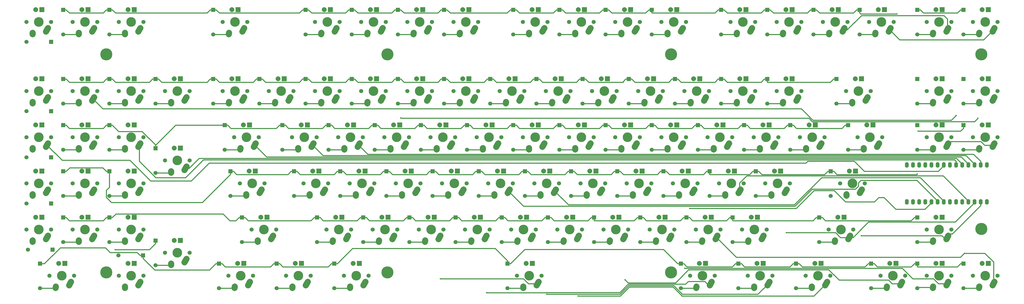
<source format=gtl>
G04 #@! TF.FileFunction,Copper,L1,Top,Signal*
%FSLAX46Y46*%
G04 Gerber Fmt 4.6, Leading zero omitted, Abs format (unit mm)*
G04 Created by KiCad (PCBNEW 4.0.2-stable) date Monday, June 06, 2016 'PMt' 04:27:18 PM*
%MOMM*%
G01*
G04 APERTURE LIST*
%ADD10C,0.150000*%
%ADD11C,5.000000*%
%ADD12C,1.699260*%
%ADD13R,1.699260X1.699260*%
%ADD14C,3.987810*%
%ADD15C,1.701810*%
%ADD16C,2.500000*%
%ADD17R,2.000000X2.000000*%
%ADD18C,2.000000*%
%ADD19O,1.600000X2.300000*%
%ADD20C,0.609600*%
%ADD21C,0.381000*%
G04 APERTURE END LIST*
D10*
D11*
X299000000Y-132000000D03*
D12*
X286277540Y-119460520D03*
D13*
X286277540Y-109300520D03*
D11*
X427000000Y-42000000D03*
X299000000Y-42000000D03*
X427000000Y-114000000D03*
X182000000Y-132000000D03*
X182000000Y-42000000D03*
D12*
X419627540Y-138510520D03*
D13*
X419627540Y-128350520D03*
D14*
X428625000Y-133350000D03*
D15*
X433705000Y-133350000D03*
X423545000Y-133350000D03*
D16*
X431624547Y-137349954D02*
X432435453Y-135890046D01*
X426085276Y-138429328D02*
X426124724Y-137850672D01*
D17*
X429895000Y-128270000D03*
D18*
X427355000Y-128270000D03*
D12*
X400577540Y-138510520D03*
D13*
X400577540Y-128350520D03*
D14*
X409575000Y-133350000D03*
D15*
X414655000Y-133350000D03*
X404495000Y-133350000D03*
D16*
X412574547Y-137349954D02*
X413385453Y-135890046D01*
X407035276Y-138429328D02*
X407074724Y-137850672D01*
D17*
X410845000Y-128270000D03*
D18*
X408305000Y-128270000D03*
D12*
X381527540Y-138510520D03*
D13*
X381527540Y-128350520D03*
D14*
X390525000Y-133350000D03*
D15*
X395605000Y-133350000D03*
X385445000Y-133350000D03*
D16*
X393524547Y-137349954D02*
X394335453Y-135890046D01*
X387985276Y-138429328D02*
X388024724Y-137850672D01*
D17*
X391795000Y-128270000D03*
D18*
X389255000Y-128270000D03*
D12*
X350571290Y-138510520D03*
D13*
X350571290Y-128350520D03*
D14*
X359568750Y-133350000D03*
D15*
X364648750Y-133350000D03*
X354488750Y-133350000D03*
D16*
X362568297Y-137349954D02*
X363379203Y-135890046D01*
X357029026Y-138429328D02*
X357068474Y-137850672D01*
D17*
X360838750Y-128270000D03*
D18*
X358298750Y-128270000D03*
D12*
X326758790Y-138510520D03*
D13*
X326758790Y-128350520D03*
D14*
X335756250Y-133350000D03*
D15*
X340836250Y-133350000D03*
X330676250Y-133350000D03*
D16*
X338755797Y-137349954D02*
X339566703Y-135890046D01*
X333216526Y-138429328D02*
X333255974Y-137850672D01*
D17*
X337026250Y-128270000D03*
D18*
X334486250Y-128270000D03*
D12*
X303000000Y-138510520D03*
D13*
X303000000Y-128350520D03*
D14*
X311943750Y-133350000D03*
D15*
X317023750Y-133350000D03*
X306863750Y-133350000D03*
D16*
X314943297Y-137349954D02*
X315754203Y-135890046D01*
X309404026Y-138429328D02*
X309443474Y-137850672D01*
D17*
X313213750Y-128270000D03*
D18*
X310673750Y-128270000D03*
D12*
X231508790Y-138510520D03*
D13*
X231508790Y-128350520D03*
D14*
X240506250Y-133350000D03*
D15*
X245586250Y-133350000D03*
X235426250Y-133350000D03*
D16*
X243505797Y-137349954D02*
X244316703Y-135890046D01*
X237966526Y-138429328D02*
X238005974Y-137850672D01*
D17*
X241776250Y-128270000D03*
D18*
X239236250Y-128270000D03*
D12*
X160071290Y-138510520D03*
D13*
X160071290Y-128350520D03*
D14*
X169068750Y-133350000D03*
D15*
X174148750Y-133350000D03*
X163988750Y-133350000D03*
D16*
X172068297Y-137349954D02*
X172879203Y-135890046D01*
X166529026Y-138429328D02*
X166568474Y-137850672D01*
D17*
X170338750Y-128270000D03*
D18*
X167798750Y-128270000D03*
D12*
X136258790Y-138510520D03*
D13*
X136258790Y-128350520D03*
D14*
X145256250Y-133350000D03*
D15*
X150336250Y-133350000D03*
X140176250Y-133350000D03*
D16*
X148255797Y-137349954D02*
X149066703Y-135890046D01*
X142716526Y-138429328D02*
X142755974Y-137850672D01*
D17*
X146526250Y-128270000D03*
D18*
X143986250Y-128270000D03*
D12*
X112446290Y-138510520D03*
D13*
X112446290Y-128350520D03*
D14*
X121443750Y-133350000D03*
D15*
X126523750Y-133350000D03*
X116363750Y-133350000D03*
D16*
X124443297Y-137349954D02*
X125254203Y-135890046D01*
X118904026Y-138429328D02*
X118943474Y-137850672D01*
D17*
X122713750Y-128270000D03*
D18*
X120173750Y-128270000D03*
D12*
X71000000Y-125000000D03*
D13*
X81160000Y-125000000D03*
D14*
X76200000Y-133350000D03*
D15*
X81280000Y-133350000D03*
X71120000Y-133350000D03*
D16*
X79199547Y-137349954D02*
X80010453Y-135890046D01*
X73660276Y-138429328D02*
X73699724Y-137850672D01*
D17*
X77470000Y-128270000D03*
D18*
X74930000Y-128270000D03*
D12*
X38627540Y-138510520D03*
D13*
X38627540Y-128350520D03*
D14*
X47625000Y-133350000D03*
D15*
X52705000Y-133350000D03*
X42545000Y-133350000D03*
D16*
X50624547Y-137349954D02*
X51435453Y-135890046D01*
X45085276Y-138429328D02*
X45124724Y-137850672D01*
D17*
X48895000Y-128270000D03*
D18*
X46355000Y-128270000D03*
D12*
X400577540Y-119460520D03*
D13*
X400577540Y-109300520D03*
D14*
X409575000Y-114300000D03*
D15*
X414655000Y-114300000D03*
X404495000Y-114300000D03*
D16*
X412574547Y-118299954D02*
X413385453Y-116840046D01*
X407035276Y-119379328D02*
X407074724Y-118800672D01*
D17*
X410845000Y-109220000D03*
D18*
X408305000Y-109220000D03*
D12*
X360096290Y-119460520D03*
D13*
X360096290Y-109300520D03*
D14*
X369093750Y-114300000D03*
D15*
X374173750Y-114300000D03*
X364013750Y-114300000D03*
D16*
X372093297Y-118299954D02*
X372904203Y-116840046D01*
X366554026Y-119379328D02*
X366593474Y-118800672D01*
D17*
X370363750Y-109220000D03*
D18*
X367823750Y-109220000D03*
D12*
X324377540Y-119460520D03*
D13*
X324377540Y-109300520D03*
D14*
X333375000Y-114300000D03*
D15*
X338455000Y-114300000D03*
X328295000Y-114300000D03*
D16*
X336374547Y-118299954D02*
X337185453Y-116840046D01*
X330835276Y-119379328D02*
X330874724Y-118800672D01*
D17*
X334645000Y-109220000D03*
D18*
X332105000Y-109220000D03*
D12*
X305327540Y-119460520D03*
D13*
X305327540Y-109300520D03*
D14*
X314325000Y-114300000D03*
D15*
X319405000Y-114300000D03*
X309245000Y-114300000D03*
D16*
X317324547Y-118299954D02*
X318135453Y-116840046D01*
X311785276Y-119379328D02*
X311824724Y-118800672D01*
D17*
X315595000Y-109220000D03*
D18*
X313055000Y-109220000D03*
D14*
X295275000Y-114300000D03*
D15*
X300355000Y-114300000D03*
X290195000Y-114300000D03*
D16*
X298274547Y-118299954D02*
X299085453Y-116840046D01*
X292735276Y-119379328D02*
X292774724Y-118800672D01*
D17*
X296545000Y-109220000D03*
D18*
X294005000Y-109220000D03*
D12*
X267227540Y-119460520D03*
D13*
X267227540Y-109300520D03*
D14*
X276225000Y-114300000D03*
D15*
X281305000Y-114300000D03*
X271145000Y-114300000D03*
D16*
X279224547Y-118299954D02*
X280035453Y-116840046D01*
X273685276Y-119379328D02*
X273724724Y-118800672D01*
D17*
X277495000Y-109220000D03*
D18*
X274955000Y-109220000D03*
D12*
X248177540Y-119460520D03*
D13*
X248177540Y-109300520D03*
D14*
X257175000Y-114300000D03*
D15*
X262255000Y-114300000D03*
X252095000Y-114300000D03*
D16*
X260174547Y-118299954D02*
X260985453Y-116840046D01*
X254635276Y-119379328D02*
X254674724Y-118800672D01*
D17*
X258445000Y-109220000D03*
D18*
X255905000Y-109220000D03*
D12*
X229127540Y-119460520D03*
D13*
X229127540Y-109300520D03*
D14*
X238125000Y-114300000D03*
D15*
X243205000Y-114300000D03*
X233045000Y-114300000D03*
D16*
X241124547Y-118299954D02*
X241935453Y-116840046D01*
X235585276Y-119379328D02*
X235624724Y-118800672D01*
D17*
X239395000Y-109220000D03*
D18*
X236855000Y-109220000D03*
D12*
X210077540Y-119460520D03*
D13*
X210077540Y-109300520D03*
D14*
X219075000Y-114300000D03*
D15*
X224155000Y-114300000D03*
X213995000Y-114300000D03*
D16*
X222074547Y-118299954D02*
X222885453Y-116840046D01*
X216535276Y-119379328D02*
X216574724Y-118800672D01*
D17*
X220345000Y-109220000D03*
D18*
X217805000Y-109220000D03*
D12*
X191027540Y-119460520D03*
D13*
X191027540Y-109300520D03*
D14*
X200025000Y-114300000D03*
D15*
X205105000Y-114300000D03*
X194945000Y-114300000D03*
D16*
X203024547Y-118299954D02*
X203835453Y-116840046D01*
X197485276Y-119379328D02*
X197524724Y-118800672D01*
D17*
X201295000Y-109220000D03*
D18*
X198755000Y-109220000D03*
D12*
X171977540Y-119460520D03*
D13*
X171977540Y-109300520D03*
D14*
X180975000Y-114300000D03*
D15*
X186055000Y-114300000D03*
X175895000Y-114300000D03*
D16*
X183974547Y-118299954D02*
X184785453Y-116840046D01*
X178435276Y-119379328D02*
X178474724Y-118800672D01*
D17*
X182245000Y-109220000D03*
D18*
X179705000Y-109220000D03*
D12*
X152927540Y-119460520D03*
D13*
X152927540Y-109300520D03*
D14*
X161925000Y-114300000D03*
D15*
X167005000Y-114300000D03*
X156845000Y-114300000D03*
D16*
X164924547Y-118299954D02*
X165735453Y-116840046D01*
X159385276Y-119379328D02*
X159424724Y-118800672D01*
D17*
X163195000Y-109220000D03*
D18*
X160655000Y-109220000D03*
D12*
X121971290Y-119460520D03*
D13*
X121971290Y-109300520D03*
D14*
X130968750Y-114300000D03*
D15*
X136048750Y-114300000D03*
X125888750Y-114300000D03*
D16*
X133968297Y-118299954D02*
X134779203Y-116840046D01*
X128429026Y-119379328D02*
X128468474Y-118800672D01*
D17*
X132238750Y-109220000D03*
D18*
X129698750Y-109220000D03*
D12*
X86252540Y-128985520D03*
D13*
X86252540Y-118825520D03*
D14*
X95250000Y-123825000D03*
D15*
X100330000Y-123825000D03*
X90170000Y-123825000D03*
D16*
X98249547Y-127824954D02*
X99060453Y-126365046D01*
X92710276Y-128904328D02*
X92749724Y-128325672D01*
D17*
X96520000Y-118745000D03*
D18*
X93980000Y-118745000D03*
D12*
X67202540Y-119460520D03*
D13*
X67202540Y-109300520D03*
D14*
X76200000Y-114300000D03*
D15*
X81280000Y-114300000D03*
X71120000Y-114300000D03*
D16*
X79199547Y-118299954D02*
X80010453Y-116840046D01*
X73660276Y-119379328D02*
X73699724Y-118800672D01*
D17*
X77470000Y-109220000D03*
D18*
X74930000Y-109220000D03*
D12*
X48152540Y-119460520D03*
D13*
X48152540Y-109300520D03*
D14*
X57150000Y-114300000D03*
D15*
X62230000Y-114300000D03*
X52070000Y-114300000D03*
D16*
X60149547Y-118299954D02*
X60960453Y-116840046D01*
X54610276Y-119379328D02*
X54649724Y-118800672D01*
D17*
X58420000Y-109220000D03*
D18*
X55880000Y-109220000D03*
D12*
X33655000Y-122555000D03*
D13*
X43815000Y-122555000D03*
D14*
X38100000Y-114300000D03*
D15*
X43180000Y-114300000D03*
X33020000Y-114300000D03*
D16*
X41099547Y-118299954D02*
X41910453Y-116840046D01*
X35560276Y-119379328D02*
X35599724Y-118800672D01*
D17*
X39370000Y-109220000D03*
D18*
X36830000Y-109220000D03*
D12*
X364858790Y-100410520D03*
D13*
X364858790Y-90250520D03*
D14*
X373856250Y-95250000D03*
D15*
X378936250Y-95250000D03*
X368776250Y-95250000D03*
D16*
X376855797Y-99249954D02*
X377666703Y-97790046D01*
X371316526Y-100329328D02*
X371355974Y-99750672D01*
D17*
X375126250Y-90170000D03*
D18*
X372586250Y-90170000D03*
D12*
X333902540Y-100410520D03*
D13*
X333902540Y-90250520D03*
D14*
X342900000Y-95250000D03*
D15*
X347980000Y-95250000D03*
X337820000Y-95250000D03*
D16*
X345899547Y-99249954D02*
X346710453Y-97790046D01*
X340360276Y-100329328D02*
X340399724Y-99750672D01*
D17*
X344170000Y-90170000D03*
D18*
X341630000Y-90170000D03*
D12*
X314852540Y-100410520D03*
D13*
X314852540Y-90250520D03*
D14*
X323850000Y-95250000D03*
D15*
X328930000Y-95250000D03*
X318770000Y-95250000D03*
D16*
X326849547Y-99249954D02*
X327660453Y-97790046D01*
X321310276Y-100329328D02*
X321349724Y-99750672D01*
D17*
X325120000Y-90170000D03*
D18*
X322580000Y-90170000D03*
D12*
X295802540Y-100410520D03*
D13*
X295802540Y-90250520D03*
D14*
X304800000Y-95250000D03*
D15*
X309880000Y-95250000D03*
X299720000Y-95250000D03*
D16*
X307799547Y-99249954D02*
X308610453Y-97790046D01*
X302260276Y-100329328D02*
X302299724Y-99750672D01*
D17*
X306070000Y-90170000D03*
D18*
X303530000Y-90170000D03*
D12*
X276752540Y-100410520D03*
D13*
X276752540Y-90250520D03*
D14*
X285750000Y-95250000D03*
D15*
X290830000Y-95250000D03*
X280670000Y-95250000D03*
D16*
X288749547Y-99249954D02*
X289560453Y-97790046D01*
X283210276Y-100329328D02*
X283249724Y-99750672D01*
D17*
X287020000Y-90170000D03*
D18*
X284480000Y-90170000D03*
D12*
X257702540Y-100410520D03*
D13*
X257702540Y-90250520D03*
D14*
X266700000Y-95250000D03*
D15*
X271780000Y-95250000D03*
X261620000Y-95250000D03*
D16*
X269699547Y-99249954D02*
X270510453Y-97790046D01*
X264160276Y-100329328D02*
X264199724Y-99750672D01*
D17*
X267970000Y-90170000D03*
D18*
X265430000Y-90170000D03*
D12*
X238652540Y-100410520D03*
D13*
X238652540Y-90250520D03*
D14*
X247650000Y-95250000D03*
D15*
X252730000Y-95250000D03*
X242570000Y-95250000D03*
D16*
X250649547Y-99249954D02*
X251460453Y-97790046D01*
X245110276Y-100329328D02*
X245149724Y-99750672D01*
D17*
X248920000Y-90170000D03*
D18*
X246380000Y-90170000D03*
D12*
X219602540Y-100410520D03*
D13*
X219602540Y-90250520D03*
D14*
X228600000Y-95250000D03*
D15*
X233680000Y-95250000D03*
X223520000Y-95250000D03*
D16*
X231599547Y-99249954D02*
X232410453Y-97790046D01*
X226060276Y-100329328D02*
X226099724Y-99750672D01*
D17*
X229870000Y-90170000D03*
D18*
X227330000Y-90170000D03*
D12*
X200552540Y-100410520D03*
D13*
X200552540Y-90250520D03*
D14*
X209550000Y-95250000D03*
D15*
X214630000Y-95250000D03*
X204470000Y-95250000D03*
D16*
X212549547Y-99249954D02*
X213360453Y-97790046D01*
X207010276Y-100329328D02*
X207049724Y-99750672D01*
D17*
X210820000Y-90170000D03*
D18*
X208280000Y-90170000D03*
D12*
X181502540Y-100410520D03*
D13*
X181502540Y-90250520D03*
D14*
X190500000Y-95250000D03*
D15*
X195580000Y-95250000D03*
X185420000Y-95250000D03*
D16*
X193499547Y-99249954D02*
X194310453Y-97790046D01*
X187960276Y-100329328D02*
X187999724Y-99750672D01*
D17*
X191770000Y-90170000D03*
D18*
X189230000Y-90170000D03*
D12*
X162452540Y-100410520D03*
D13*
X162452540Y-90250520D03*
D14*
X171450000Y-95250000D03*
D15*
X176530000Y-95250000D03*
X166370000Y-95250000D03*
D16*
X174449547Y-99249954D02*
X175260453Y-97790046D01*
X168910276Y-100329328D02*
X168949724Y-99750672D01*
D17*
X172720000Y-90170000D03*
D18*
X170180000Y-90170000D03*
D12*
X143402540Y-100410520D03*
D13*
X143402540Y-90250520D03*
D14*
X152400000Y-95250000D03*
D15*
X157480000Y-95250000D03*
X147320000Y-95250000D03*
D16*
X155399547Y-99249954D02*
X156210453Y-97790046D01*
X149860276Y-100329328D02*
X149899724Y-99750672D01*
D17*
X153670000Y-90170000D03*
D18*
X151130000Y-90170000D03*
D12*
X117208790Y-100410520D03*
D13*
X117208790Y-90250520D03*
D14*
X126206250Y-95250000D03*
D15*
X131286250Y-95250000D03*
X121126250Y-95250000D03*
D16*
X129205797Y-99249954D02*
X130016703Y-97790046D01*
X123666526Y-100329328D02*
X123705974Y-99750672D01*
D17*
X127476250Y-90170000D03*
D18*
X124936250Y-90170000D03*
D12*
X67202540Y-100410520D03*
D13*
X67202540Y-90250520D03*
D14*
X76200000Y-95250000D03*
D15*
X81280000Y-95250000D03*
X71120000Y-95250000D03*
D16*
X79199547Y-99249954D02*
X80010453Y-97790046D01*
X73660276Y-100329328D02*
X73699724Y-99750672D01*
D17*
X77470000Y-90170000D03*
D18*
X74930000Y-90170000D03*
D12*
X48152540Y-100410520D03*
D13*
X48152540Y-90250520D03*
D14*
X57150000Y-95250000D03*
D15*
X62230000Y-95250000D03*
X52070000Y-95250000D03*
D16*
X60149547Y-99249954D02*
X60960453Y-97790046D01*
X54610276Y-100329328D02*
X54649724Y-99750672D01*
D17*
X58420000Y-90170000D03*
D18*
X55880000Y-90170000D03*
D12*
X33020000Y-103505000D03*
D13*
X43180000Y-103505000D03*
D14*
X38100000Y-95250000D03*
D15*
X43180000Y-95250000D03*
X33020000Y-95250000D03*
D16*
X41099547Y-99249954D02*
X41910453Y-97790046D01*
X35560276Y-100329328D02*
X35599724Y-99750672D01*
D17*
X39370000Y-90170000D03*
D18*
X36830000Y-90170000D03*
D12*
X419627540Y-81360520D03*
D13*
X419627540Y-71200520D03*
D14*
X428625000Y-76200000D03*
D15*
X433705000Y-76200000D03*
X423545000Y-76200000D03*
D16*
X431624547Y-80199954D02*
X432435453Y-78740046D01*
X426085276Y-81279328D02*
X426124724Y-80700672D01*
D17*
X429895000Y-71120000D03*
D18*
X427355000Y-71120000D03*
D12*
X400577540Y-81360520D03*
D13*
X400577540Y-71200520D03*
D14*
X409575000Y-76200000D03*
D15*
X414655000Y-76200000D03*
X404495000Y-76200000D03*
D16*
X412574547Y-80199954D02*
X413385453Y-78740046D01*
X407035276Y-81279328D02*
X407074724Y-80700672D01*
D17*
X410845000Y-71120000D03*
D18*
X408305000Y-71120000D03*
D12*
X372002540Y-81360520D03*
D13*
X372002540Y-71200520D03*
D14*
X381000000Y-76200000D03*
D15*
X386080000Y-76200000D03*
X375920000Y-76200000D03*
D16*
X383999547Y-80199954D02*
X384810453Y-78740046D01*
X378460276Y-81279328D02*
X378499724Y-80700672D01*
D17*
X382270000Y-71120000D03*
D18*
X379730000Y-71120000D03*
D12*
X348190040Y-81360520D03*
D13*
X348190040Y-71200520D03*
D14*
X357187500Y-76200000D03*
D15*
X362267500Y-76200000D03*
X352107500Y-76200000D03*
D16*
X360187047Y-80199954D02*
X360997953Y-78740046D01*
X354647776Y-81279328D02*
X354687224Y-80700672D01*
D17*
X358457500Y-71120000D03*
D18*
X355917500Y-71120000D03*
D12*
X329140040Y-81360520D03*
D13*
X329140040Y-71200520D03*
D14*
X338137500Y-76200000D03*
D15*
X343217500Y-76200000D03*
X333057500Y-76200000D03*
D16*
X341137047Y-80199954D02*
X341947953Y-78740046D01*
X335597776Y-81279328D02*
X335637224Y-80700672D01*
D17*
X339407500Y-71120000D03*
D18*
X336867500Y-71120000D03*
D12*
X310090040Y-81360520D03*
D13*
X310090040Y-71200520D03*
D14*
X319087500Y-76200000D03*
D15*
X324167500Y-76200000D03*
X314007500Y-76200000D03*
D16*
X322087047Y-80199954D02*
X322897953Y-78740046D01*
X316547776Y-81279328D02*
X316587224Y-80700672D01*
D17*
X320357500Y-71120000D03*
D18*
X317817500Y-71120000D03*
D12*
X291040040Y-81360520D03*
D13*
X291040040Y-71200520D03*
D14*
X300037500Y-76200000D03*
D15*
X305117500Y-76200000D03*
X294957500Y-76200000D03*
D16*
X303037047Y-80199954D02*
X303847953Y-78740046D01*
X297497776Y-81279328D02*
X297537224Y-80700672D01*
D17*
X301307500Y-71120000D03*
D18*
X298767500Y-71120000D03*
D12*
X271990040Y-81360520D03*
D13*
X271990040Y-71200520D03*
D14*
X280987500Y-76200000D03*
D15*
X286067500Y-76200000D03*
X275907500Y-76200000D03*
D16*
X283987047Y-80199954D02*
X284797953Y-78740046D01*
X278447776Y-81279328D02*
X278487224Y-80700672D01*
D17*
X282257500Y-71120000D03*
D18*
X279717500Y-71120000D03*
D12*
X252940040Y-81360520D03*
D13*
X252940040Y-71200520D03*
D14*
X261937500Y-76200000D03*
D15*
X267017500Y-76200000D03*
X256857500Y-76200000D03*
D16*
X264937047Y-80199954D02*
X265747953Y-78740046D01*
X259397776Y-81279328D02*
X259437224Y-80700672D01*
D17*
X263207500Y-71120000D03*
D18*
X260667500Y-71120000D03*
D12*
X233890040Y-81360520D03*
D13*
X233890040Y-71200520D03*
D14*
X242887500Y-76200000D03*
D15*
X247967500Y-76200000D03*
X237807500Y-76200000D03*
D16*
X245887047Y-80199954D02*
X246697953Y-78740046D01*
X240347776Y-81279328D02*
X240387224Y-80700672D01*
D17*
X244157500Y-71120000D03*
D18*
X241617500Y-71120000D03*
D12*
X214840040Y-81360520D03*
D13*
X214840040Y-71200520D03*
D14*
X223837500Y-76200000D03*
D15*
X228917500Y-76200000D03*
X218757500Y-76200000D03*
D16*
X226837047Y-80199954D02*
X227647953Y-78740046D01*
X221297776Y-81279328D02*
X221337224Y-80700672D01*
D17*
X225107500Y-71120000D03*
D18*
X222567500Y-71120000D03*
D12*
X195790040Y-81360520D03*
D13*
X195790040Y-71200520D03*
D14*
X204787500Y-76200000D03*
D15*
X209867500Y-76200000D03*
X199707500Y-76200000D03*
D16*
X207787047Y-80199954D02*
X208597953Y-78740046D01*
X202247776Y-81279328D02*
X202287224Y-80700672D01*
D17*
X206057500Y-71120000D03*
D18*
X203517500Y-71120000D03*
D12*
X176740040Y-81360520D03*
D13*
X176740040Y-71200520D03*
D14*
X185737500Y-76200000D03*
D15*
X190817500Y-76200000D03*
X180657500Y-76200000D03*
D16*
X188737047Y-80199954D02*
X189547953Y-78740046D01*
X183197776Y-81279328D02*
X183237224Y-80700672D01*
D17*
X187007500Y-71120000D03*
D18*
X184467500Y-71120000D03*
D12*
X157690040Y-81360520D03*
D13*
X157690040Y-71200520D03*
D14*
X166687500Y-76200000D03*
D15*
X171767500Y-76200000D03*
X161607500Y-76200000D03*
D16*
X169687047Y-80199954D02*
X170497953Y-78740046D01*
X164147776Y-81279328D02*
X164187224Y-80700672D01*
D17*
X167957500Y-71120000D03*
D18*
X165417500Y-71120000D03*
D12*
X138640040Y-81360520D03*
D13*
X138640040Y-71200520D03*
D14*
X147637500Y-76200000D03*
D15*
X152717500Y-76200000D03*
X142557500Y-76200000D03*
D16*
X150637047Y-80199954D02*
X151447953Y-78740046D01*
X145097776Y-81279328D02*
X145137224Y-80700672D01*
D17*
X148907500Y-71120000D03*
D18*
X146367500Y-71120000D03*
D12*
X114827540Y-81360520D03*
D13*
X114827540Y-71200520D03*
D14*
X123825000Y-76200000D03*
D15*
X128905000Y-76200000D03*
X118745000Y-76200000D03*
D16*
X126824547Y-80199954D02*
X127635453Y-78740046D01*
X121285276Y-81279328D02*
X121324724Y-80700672D01*
D17*
X125095000Y-71120000D03*
D18*
X122555000Y-71120000D03*
D12*
X86252540Y-90885520D03*
D13*
X86252540Y-80725520D03*
D14*
X95250000Y-85725000D03*
D15*
X100330000Y-85725000D03*
X90170000Y-85725000D03*
D16*
X98249547Y-89724954D02*
X99060453Y-88265046D01*
X92710276Y-90804328D02*
X92749724Y-90225672D01*
D17*
X96520000Y-80645000D03*
D18*
X93980000Y-80645000D03*
D12*
X67202540Y-81360520D03*
D13*
X67202540Y-71200520D03*
D14*
X76200000Y-76200000D03*
D15*
X81280000Y-76200000D03*
X71120000Y-76200000D03*
D16*
X79199547Y-80199954D02*
X80010453Y-78740046D01*
X73660276Y-81279328D02*
X73699724Y-80700672D01*
D17*
X77470000Y-71120000D03*
D18*
X74930000Y-71120000D03*
D12*
X48152540Y-81360520D03*
D13*
X48152540Y-71200520D03*
D14*
X57150000Y-76200000D03*
D15*
X62230000Y-76200000D03*
X52070000Y-76200000D03*
D16*
X60149547Y-80199954D02*
X60960453Y-78740046D01*
X54610276Y-81279328D02*
X54649724Y-80700672D01*
D17*
X58420000Y-71120000D03*
D18*
X55880000Y-71120000D03*
D12*
X33020000Y-84455000D03*
D13*
X43180000Y-84455000D03*
D14*
X38100000Y-76200000D03*
D15*
X43180000Y-76200000D03*
X33020000Y-76200000D03*
D16*
X41099547Y-80199954D02*
X41910453Y-78740046D01*
X35560276Y-81279328D02*
X35599724Y-80700672D01*
D17*
X39370000Y-71120000D03*
D18*
X36830000Y-71120000D03*
D12*
X419627540Y-62310520D03*
D13*
X419627540Y-52150520D03*
D14*
X428625000Y-57150000D03*
D15*
X433705000Y-57150000D03*
X423545000Y-57150000D03*
D16*
X431624547Y-61149954D02*
X432435453Y-59690046D01*
X426085276Y-62229328D02*
X426124724Y-61650672D01*
D17*
X429895000Y-52070000D03*
D18*
X427355000Y-52070000D03*
D12*
X400577540Y-62310520D03*
D13*
X400577540Y-52150520D03*
D14*
X409575000Y-57150000D03*
D15*
X414655000Y-57150000D03*
X404495000Y-57150000D03*
D16*
X412574547Y-61149954D02*
X413385453Y-59690046D01*
X407035276Y-62229328D02*
X407074724Y-61650672D01*
D17*
X410845000Y-52070000D03*
D18*
X408305000Y-52070000D03*
D12*
X367240040Y-62310520D03*
D13*
X367240040Y-52150520D03*
D14*
X376237500Y-57150000D03*
D15*
X381317500Y-57150000D03*
X371157500Y-57150000D03*
D16*
X379237047Y-61149954D02*
X380047953Y-59690046D01*
X373697776Y-62229328D02*
X373737224Y-61650672D01*
D17*
X377507500Y-52070000D03*
D18*
X374967500Y-52070000D03*
D12*
X338665040Y-62310520D03*
D13*
X338665040Y-52150520D03*
D14*
X347662500Y-57150000D03*
D15*
X352742500Y-57150000D03*
X342582500Y-57150000D03*
D16*
X350662047Y-61149954D02*
X351472953Y-59690046D01*
X345122776Y-62229328D02*
X345162224Y-61650672D01*
D17*
X348932500Y-52070000D03*
D18*
X346392500Y-52070000D03*
D12*
X319615040Y-62310520D03*
D13*
X319615040Y-52150520D03*
D14*
X328612500Y-57150000D03*
D15*
X333692500Y-57150000D03*
X323532500Y-57150000D03*
D16*
X331612047Y-61149954D02*
X332422953Y-59690046D01*
X326072776Y-62229328D02*
X326112224Y-61650672D01*
D17*
X329882500Y-52070000D03*
D18*
X327342500Y-52070000D03*
D12*
X300565040Y-62310520D03*
D13*
X300565040Y-52150520D03*
D14*
X309562500Y-57150000D03*
D15*
X314642500Y-57150000D03*
X304482500Y-57150000D03*
D16*
X312562047Y-61149954D02*
X313372953Y-59690046D01*
X307022776Y-62229328D02*
X307062224Y-61650672D01*
D17*
X310832500Y-52070000D03*
D18*
X308292500Y-52070000D03*
D12*
X281515040Y-62310520D03*
D13*
X281515040Y-52150520D03*
D14*
X290512500Y-57150000D03*
D15*
X295592500Y-57150000D03*
X285432500Y-57150000D03*
D16*
X293512047Y-61149954D02*
X294322953Y-59690046D01*
X287972776Y-62229328D02*
X288012224Y-61650672D01*
D17*
X291782500Y-52070000D03*
D18*
X289242500Y-52070000D03*
D12*
X262465040Y-62310520D03*
D13*
X262465040Y-52150520D03*
D14*
X271462500Y-57150000D03*
D15*
X276542500Y-57150000D03*
X266382500Y-57150000D03*
D16*
X274462047Y-61149954D02*
X275272953Y-59690046D01*
X268922776Y-62229328D02*
X268962224Y-61650672D01*
D17*
X272732500Y-52070000D03*
D18*
X270192500Y-52070000D03*
D12*
X243415040Y-62310520D03*
D13*
X243415040Y-52150520D03*
D14*
X252412500Y-57150000D03*
D15*
X257492500Y-57150000D03*
X247332500Y-57150000D03*
D16*
X255412047Y-61149954D02*
X256222953Y-59690046D01*
X249872776Y-62229328D02*
X249912224Y-61650672D01*
D17*
X253682500Y-52070000D03*
D18*
X251142500Y-52070000D03*
D12*
X224365040Y-62310520D03*
D13*
X224365040Y-52150520D03*
D14*
X233362500Y-57150000D03*
D15*
X238442500Y-57150000D03*
X228282500Y-57150000D03*
D16*
X236362047Y-61149954D02*
X237172953Y-59690046D01*
X230822776Y-62229328D02*
X230862224Y-61650672D01*
D17*
X234632500Y-52070000D03*
D18*
X232092500Y-52070000D03*
D12*
X205315040Y-62310520D03*
D13*
X205315040Y-52150520D03*
D14*
X214312500Y-57150000D03*
D15*
X219392500Y-57150000D03*
X209232500Y-57150000D03*
D16*
X217312047Y-61149954D02*
X218122953Y-59690046D01*
X211772776Y-62229328D02*
X211812224Y-61650672D01*
D17*
X215582500Y-52070000D03*
D18*
X213042500Y-52070000D03*
D12*
X186265040Y-62310520D03*
D13*
X186265040Y-52150520D03*
D14*
X195262500Y-57150000D03*
D15*
X200342500Y-57150000D03*
X190182500Y-57150000D03*
D16*
X198262047Y-61149954D02*
X199072953Y-59690046D01*
X192722776Y-62229328D02*
X192762224Y-61650672D01*
D17*
X196532500Y-52070000D03*
D18*
X193992500Y-52070000D03*
D12*
X167215040Y-62310520D03*
D13*
X167215040Y-52150520D03*
D14*
X176212500Y-57150000D03*
D15*
X181292500Y-57150000D03*
X171132500Y-57150000D03*
D16*
X179212047Y-61149954D02*
X180022953Y-59690046D01*
X173672776Y-62229328D02*
X173712224Y-61650672D01*
D17*
X177482500Y-52070000D03*
D18*
X174942500Y-52070000D03*
D12*
X148165040Y-62310520D03*
D13*
X148165040Y-52150520D03*
D14*
X157162500Y-57150000D03*
D15*
X162242500Y-57150000D03*
X152082500Y-57150000D03*
D16*
X160162047Y-61149954D02*
X160972953Y-59690046D01*
X154622776Y-62229328D02*
X154662224Y-61650672D01*
D17*
X158432500Y-52070000D03*
D18*
X155892500Y-52070000D03*
D12*
X129115040Y-62310520D03*
D13*
X129115040Y-52150520D03*
D14*
X138112500Y-57150000D03*
D15*
X143192500Y-57150000D03*
X133032500Y-57150000D03*
D16*
X141112047Y-61149954D02*
X141922953Y-59690046D01*
X135572776Y-62229328D02*
X135612224Y-61650672D01*
D17*
X139382500Y-52070000D03*
D18*
X136842500Y-52070000D03*
D12*
X110065040Y-62310520D03*
D13*
X110065040Y-52150520D03*
D14*
X119062500Y-57150000D03*
D15*
X124142500Y-57150000D03*
X113982500Y-57150000D03*
D16*
X122062047Y-61149954D02*
X122872953Y-59690046D01*
X116522776Y-62229328D02*
X116562224Y-61650672D01*
D17*
X120332500Y-52070000D03*
D18*
X117792500Y-52070000D03*
D12*
X86252540Y-62310520D03*
D13*
X86252540Y-52150520D03*
D14*
X95250000Y-57150000D03*
D15*
X100330000Y-57150000D03*
X90170000Y-57150000D03*
D16*
X98249547Y-61149954D02*
X99060453Y-59690046D01*
X92710276Y-62229328D02*
X92749724Y-61650672D01*
D17*
X96520000Y-52070000D03*
D18*
X93980000Y-52070000D03*
D12*
X67202540Y-62310520D03*
D13*
X67202540Y-52150520D03*
D14*
X76200000Y-57150000D03*
D15*
X81280000Y-57150000D03*
X71120000Y-57150000D03*
D16*
X79199547Y-61149954D02*
X80010453Y-59690046D01*
X73660276Y-62229328D02*
X73699724Y-61650672D01*
D17*
X77470000Y-52070000D03*
D18*
X74930000Y-52070000D03*
D12*
X48152540Y-62310520D03*
D13*
X48152540Y-52150520D03*
D14*
X57150000Y-57150000D03*
D15*
X62230000Y-57150000D03*
X52070000Y-57150000D03*
D16*
X60149547Y-61149954D02*
X60960453Y-59690046D01*
X54610276Y-62229328D02*
X54649724Y-61650672D01*
D17*
X58420000Y-52070000D03*
D18*
X55880000Y-52070000D03*
D12*
X33020000Y-65405000D03*
D13*
X43180000Y-65405000D03*
D14*
X38100000Y-57150000D03*
D15*
X43180000Y-57150000D03*
X33020000Y-57150000D03*
D16*
X41099547Y-61149954D02*
X41910453Y-59690046D01*
X35560276Y-62229328D02*
X35599724Y-61650672D01*
D17*
X39370000Y-52070000D03*
D18*
X36830000Y-52070000D03*
D12*
X419627540Y-33735520D03*
D13*
X419627540Y-23575520D03*
D14*
X428625000Y-28575000D03*
D15*
X433705000Y-28575000D03*
X423545000Y-28575000D03*
D16*
X431624547Y-32574954D02*
X432435453Y-31115046D01*
X426085276Y-33654328D02*
X426124724Y-33075672D01*
D17*
X429895000Y-23495000D03*
D18*
X427355000Y-23495000D03*
D12*
X400577540Y-33735520D03*
D13*
X400577540Y-23575520D03*
D14*
X409575000Y-28575000D03*
D15*
X414655000Y-28575000D03*
X404495000Y-28575000D03*
D16*
X412574547Y-32574954D02*
X413385453Y-31115046D01*
X407035276Y-33654328D02*
X407074724Y-33075672D01*
D17*
X410845000Y-23495000D03*
D18*
X408305000Y-23495000D03*
D12*
X376765040Y-33735520D03*
D13*
X376765040Y-23575520D03*
D14*
X385762500Y-28575000D03*
D15*
X390842500Y-28575000D03*
X380682500Y-28575000D03*
D16*
X388762047Y-32574954D02*
X389572953Y-31115046D01*
X383222776Y-33654328D02*
X383262224Y-33075672D01*
D17*
X387032500Y-23495000D03*
D18*
X384492500Y-23495000D03*
D12*
X357715040Y-33735520D03*
D13*
X357715040Y-23575520D03*
D14*
X366712500Y-28575000D03*
D15*
X371792500Y-28575000D03*
X361632500Y-28575000D03*
D16*
X369712047Y-32574954D02*
X370522953Y-31115046D01*
X364172776Y-33654328D02*
X364212224Y-33075672D01*
D17*
X367982500Y-23495000D03*
D18*
X365442500Y-23495000D03*
D12*
X338665040Y-33735520D03*
D13*
X338665040Y-23575520D03*
D14*
X347662500Y-28575000D03*
D15*
X352742500Y-28575000D03*
X342582500Y-28575000D03*
D16*
X350662047Y-32574954D02*
X351472953Y-31115046D01*
X345122776Y-33654328D02*
X345162224Y-33075672D01*
D17*
X348932500Y-23495000D03*
D18*
X346392500Y-23495000D03*
D12*
X319615040Y-33735520D03*
D13*
X319615040Y-23575520D03*
D14*
X328612500Y-28575000D03*
D15*
X333692500Y-28575000D03*
X323532500Y-28575000D03*
D16*
X331612047Y-32574954D02*
X332422953Y-31115046D01*
X326072776Y-33654328D02*
X326112224Y-33075672D01*
D17*
X329882500Y-23495000D03*
D18*
X327342500Y-23495000D03*
D12*
X291040040Y-33735520D03*
D13*
X291040040Y-23575520D03*
D14*
X300037500Y-28575000D03*
D15*
X305117500Y-28575000D03*
X294957500Y-28575000D03*
D16*
X303037047Y-32574954D02*
X303847953Y-31115046D01*
X297497776Y-33654328D02*
X297537224Y-33075672D01*
D17*
X301307500Y-23495000D03*
D18*
X298767500Y-23495000D03*
D12*
X271990040Y-33735520D03*
D13*
X271990040Y-23575520D03*
D14*
X280987500Y-28575000D03*
D15*
X286067500Y-28575000D03*
X275907500Y-28575000D03*
D16*
X283987047Y-32574954D02*
X284797953Y-31115046D01*
X278447776Y-33654328D02*
X278487224Y-33075672D01*
D17*
X282257500Y-23495000D03*
D18*
X279717500Y-23495000D03*
D12*
X252940040Y-33735520D03*
D13*
X252940040Y-23575520D03*
D14*
X261937500Y-28575000D03*
D15*
X267017500Y-28575000D03*
X256857500Y-28575000D03*
D16*
X264937047Y-32574954D02*
X265747953Y-31115046D01*
X259397776Y-33654328D02*
X259437224Y-33075672D01*
D17*
X263207500Y-23495000D03*
D18*
X260667500Y-23495000D03*
D12*
X233890040Y-33735520D03*
D13*
X233890040Y-23575520D03*
D14*
X242887500Y-28575000D03*
D15*
X247967500Y-28575000D03*
X237807500Y-28575000D03*
D16*
X245887047Y-32574954D02*
X246697953Y-31115046D01*
X240347776Y-33654328D02*
X240387224Y-33075672D01*
D17*
X244157500Y-23495000D03*
D18*
X241617500Y-23495000D03*
D12*
X205315040Y-33735520D03*
D13*
X205315040Y-23575520D03*
D14*
X214312500Y-28575000D03*
D15*
X219392500Y-28575000D03*
X209232500Y-28575000D03*
D16*
X217312047Y-32574954D02*
X218122953Y-31115046D01*
X211772776Y-33654328D02*
X211812224Y-33075672D01*
D17*
X215582500Y-23495000D03*
D18*
X213042500Y-23495000D03*
D12*
X186265040Y-33735520D03*
D13*
X186265040Y-23575520D03*
D14*
X195262500Y-28575000D03*
D15*
X200342500Y-28575000D03*
X190182500Y-28575000D03*
D16*
X198262047Y-32574954D02*
X199072953Y-31115046D01*
X192722776Y-33654328D02*
X192762224Y-33075672D01*
D17*
X196532500Y-23495000D03*
D18*
X193992500Y-23495000D03*
D12*
X167215040Y-33735520D03*
D13*
X167215040Y-23575520D03*
D14*
X176212500Y-28575000D03*
D15*
X181292500Y-28575000D03*
X171132500Y-28575000D03*
D16*
X179212047Y-32574954D02*
X180022953Y-31115046D01*
X173672776Y-33654328D02*
X173712224Y-33075672D01*
D17*
X177482500Y-23495000D03*
D18*
X174942500Y-23495000D03*
D12*
X148165040Y-33735520D03*
D13*
X148165040Y-23575520D03*
D14*
X157162500Y-28575000D03*
D15*
X162242500Y-28575000D03*
X152082500Y-28575000D03*
D16*
X160162047Y-32574954D02*
X160972953Y-31115046D01*
X154622776Y-33654328D02*
X154662224Y-33075672D01*
D17*
X158432500Y-23495000D03*
D18*
X155892500Y-23495000D03*
D12*
X110065040Y-33735520D03*
D13*
X110065040Y-23575520D03*
D14*
X119062500Y-28575000D03*
D15*
X124142500Y-28575000D03*
X113982500Y-28575000D03*
D16*
X122062047Y-32574954D02*
X122872953Y-31115046D01*
X116522776Y-33654328D02*
X116562224Y-33075672D01*
D17*
X120332500Y-23495000D03*
D18*
X117792500Y-23495000D03*
D12*
X67202540Y-33735520D03*
D13*
X67202540Y-23575520D03*
D14*
X76200000Y-28575000D03*
D15*
X81280000Y-28575000D03*
X71120000Y-28575000D03*
D16*
X79199547Y-32574954D02*
X80010453Y-31115046D01*
X73660276Y-33654328D02*
X73699724Y-33075672D01*
D17*
X77470000Y-23495000D03*
D18*
X74930000Y-23495000D03*
D12*
X48152540Y-33735520D03*
D13*
X48152540Y-23575520D03*
D14*
X57150000Y-28575000D03*
D15*
X62230000Y-28575000D03*
X52070000Y-28575000D03*
D16*
X60149547Y-32574954D02*
X60960453Y-31115046D01*
X54610276Y-33654328D02*
X54649724Y-33075672D01*
D17*
X58420000Y-23495000D03*
D18*
X55880000Y-23495000D03*
D12*
X33020000Y-36830000D03*
D13*
X43180000Y-36830000D03*
D14*
X38100000Y-28575000D03*
D15*
X43180000Y-28575000D03*
X33020000Y-28575000D03*
D16*
X41099547Y-32574954D02*
X41910453Y-31115046D01*
X35560276Y-33654328D02*
X35599724Y-33075672D01*
D17*
X39370000Y-23495000D03*
D18*
X36830000Y-23495000D03*
D19*
X396240000Y-102870000D03*
X398780000Y-102870000D03*
X401320000Y-102870000D03*
X403860000Y-102870000D03*
X406400000Y-102870000D03*
X408940000Y-102870000D03*
X411480000Y-102870000D03*
X414020000Y-102870000D03*
X416560000Y-102870000D03*
X419100000Y-102870000D03*
X421640000Y-102870000D03*
X424180000Y-102870000D03*
X426720000Y-102870000D03*
X429260000Y-102870000D03*
X429260000Y-87630000D03*
X426720000Y-87630000D03*
X424180000Y-87630000D03*
X421640000Y-87630000D03*
X419100000Y-87630000D03*
X416560000Y-87630000D03*
X414020000Y-87630000D03*
X411480000Y-87630000D03*
X408940000Y-87630000D03*
X406400000Y-87630000D03*
X403860000Y-87630000D03*
X401320000Y-87630000D03*
X398780000Y-87630000D03*
X396240000Y-87630000D03*
D11*
X66000000Y-132000000D03*
X66000000Y-42000000D03*
D20*
X392176000Y-25273000D03*
X400558000Y-91313000D03*
X69596000Y-122555000D03*
X400939000Y-73660000D03*
X306705000Y-105537000D03*
X222885000Y-140335000D03*
X247650000Y-140970000D03*
X187452000Y-68254500D03*
X425577000Y-68326000D03*
X203835000Y-134620000D03*
X377444000Y-116840000D03*
X260604000Y-141732000D03*
X280000000Y-135000000D03*
X304673000Y-130302000D03*
X420000000Y-124079000D03*
X346583000Y-115570000D03*
X416560000Y-67183000D03*
D21*
X291040040Y-23575520D02*
X291040040Y-24806150D01*
X291040040Y-24806150D02*
X291122591Y-24888701D01*
X291122591Y-24888701D02*
X317071229Y-24888701D01*
X317071229Y-24888701D02*
X318384410Y-23575520D01*
X318384410Y-23575520D02*
X319615040Y-23575520D01*
X271990040Y-23575520D02*
X273220670Y-23575520D01*
X273220670Y-23575520D02*
X274533851Y-24888701D01*
X274533851Y-24888701D02*
X288496229Y-24888701D01*
X288496229Y-24888701D02*
X289809410Y-23575520D01*
X289809410Y-23575520D02*
X291040040Y-23575520D01*
X252940040Y-23575520D02*
X254170670Y-23575520D01*
X254170670Y-23575520D02*
X255483851Y-24888701D01*
X255483851Y-24888701D02*
X269446229Y-24888701D01*
X270759410Y-23575520D02*
X271990040Y-23575520D01*
X269446229Y-24888701D02*
X270759410Y-23575520D01*
X233890040Y-23575520D02*
X235120670Y-23575520D01*
X235120670Y-23575520D02*
X236433851Y-24888701D01*
X250396229Y-24888701D02*
X251709410Y-23575520D01*
X236433851Y-24888701D02*
X250396229Y-24888701D01*
X251709410Y-23575520D02*
X252940040Y-23575520D01*
X205315040Y-23575520D02*
X206545670Y-23575520D01*
X206545670Y-23575520D02*
X207858851Y-24888701D01*
X207858851Y-24888701D02*
X231346229Y-24888701D01*
X231346229Y-24888701D02*
X232659410Y-23575520D01*
X232659410Y-23575520D02*
X233890040Y-23575520D01*
X186265040Y-23575520D02*
X187495670Y-23575520D01*
X187495670Y-23575520D02*
X188808851Y-24888701D01*
X188808851Y-24888701D02*
X202771229Y-24888701D01*
X202771229Y-24888701D02*
X204084410Y-23575520D01*
X204084410Y-23575520D02*
X205315040Y-23575520D01*
X167215040Y-23575520D02*
X168445670Y-23575520D01*
X183721229Y-24888701D02*
X185034410Y-23575520D01*
X168445670Y-23575520D02*
X169758851Y-24888701D01*
X169758851Y-24888701D02*
X183721229Y-24888701D01*
X185034410Y-23575520D02*
X186265040Y-23575520D01*
X148165040Y-23575520D02*
X149395670Y-23575520D01*
X149395670Y-23575520D02*
X150708851Y-24888701D01*
X150708851Y-24888701D02*
X164671229Y-24888701D01*
X164671229Y-24888701D02*
X165984410Y-23575520D01*
X165984410Y-23575520D02*
X167215040Y-23575520D01*
X110065040Y-23575520D02*
X111295670Y-23575520D01*
X111295670Y-23575520D02*
X112608851Y-24888701D01*
X145621229Y-24888701D02*
X146934410Y-23575520D01*
X112608851Y-24888701D02*
X145621229Y-24888701D01*
X146934410Y-23575520D02*
X148165040Y-23575520D01*
X392176000Y-25273000D02*
X377231890Y-25273000D01*
X377231890Y-25273000D02*
X376765040Y-24806150D01*
X376765040Y-24806150D02*
X376765040Y-23575520D01*
X357715040Y-23575520D02*
X358945670Y-23575520D01*
X374221229Y-24888701D02*
X375534410Y-23575520D01*
X358945670Y-23575520D02*
X360258851Y-24888701D01*
X360258851Y-24888701D02*
X374221229Y-24888701D01*
X375534410Y-23575520D02*
X376765040Y-23575520D01*
X338665040Y-23575520D02*
X339895670Y-23575520D01*
X339895670Y-23575520D02*
X341208851Y-24888701D01*
X341208851Y-24888701D02*
X355171229Y-24888701D01*
X355171229Y-24888701D02*
X356484410Y-23575520D01*
X356484410Y-23575520D02*
X357715040Y-23575520D01*
X319615040Y-23575520D02*
X320845670Y-23575520D01*
X320845670Y-23575520D02*
X322158851Y-24888701D01*
X322158851Y-24888701D02*
X336121229Y-24888701D01*
X336121229Y-24888701D02*
X337434410Y-23575520D01*
X337434410Y-23575520D02*
X338665040Y-23575520D01*
X48152540Y-23575520D02*
X49383170Y-23575520D01*
X49383170Y-23575520D02*
X50696351Y-24888701D01*
X65971910Y-23575520D02*
X67202540Y-23575520D01*
X50696351Y-24888701D02*
X64658729Y-24888701D01*
X64658729Y-24888701D02*
X65971910Y-23575520D01*
X67202540Y-23575520D02*
X68433170Y-23575520D01*
X68433170Y-23575520D02*
X69746351Y-24888701D01*
X69746351Y-24888701D02*
X107521229Y-24888701D01*
X107521229Y-24888701D02*
X108834410Y-23575520D01*
X108834410Y-23575520D02*
X110065040Y-23575520D01*
X48152540Y-33735520D02*
X54259480Y-33735520D01*
X54259480Y-33735520D02*
X54630000Y-33365000D01*
X67202540Y-33735520D02*
X73309480Y-33735520D01*
X73309480Y-33735520D02*
X73680000Y-33365000D01*
X110065040Y-33735520D02*
X116171980Y-33735520D01*
X116171980Y-33735520D02*
X116542500Y-33365000D01*
X148165040Y-33735520D02*
X154271980Y-33735520D01*
X154271980Y-33735520D02*
X154642500Y-33365000D01*
X167215040Y-33735520D02*
X173321980Y-33735520D01*
X173321980Y-33735520D02*
X173692500Y-33365000D01*
X186265040Y-33735520D02*
X192371980Y-33735520D01*
X192371980Y-33735520D02*
X192742500Y-33365000D01*
X205315040Y-33735520D02*
X211421980Y-33735520D01*
X211421980Y-33735520D02*
X211792500Y-33365000D01*
X233890040Y-33735520D02*
X239996980Y-33735520D01*
X239996980Y-33735520D02*
X240367500Y-33365000D01*
X252940040Y-33735520D02*
X259046980Y-33735520D01*
X259046980Y-33735520D02*
X259417500Y-33365000D01*
X271990040Y-33735520D02*
X278096980Y-33735520D01*
X278096980Y-33735520D02*
X278467500Y-33365000D01*
X291040040Y-33735520D02*
X297146980Y-33735520D01*
X297146980Y-33735520D02*
X297517500Y-33365000D01*
X319615040Y-33735520D02*
X325721980Y-33735520D01*
X325721980Y-33735520D02*
X326092500Y-33365000D01*
X338665040Y-33735520D02*
X344771980Y-33735520D01*
X344771980Y-33735520D02*
X345142500Y-33365000D01*
X357715040Y-33735520D02*
X363821980Y-33735520D01*
X363821980Y-33735520D02*
X364192500Y-33365000D01*
X376765040Y-33735520D02*
X382871980Y-33735520D01*
X382871980Y-33735520D02*
X383242500Y-33365000D01*
X400577540Y-33735520D02*
X406684480Y-33735520D01*
X406684480Y-33735520D02*
X407055000Y-33365000D01*
X38627540Y-128350520D02*
X40427402Y-128350520D01*
X79929370Y-125000000D02*
X81160000Y-125000000D01*
X40427402Y-128350520D02*
X46984922Y-121793000D01*
X46984922Y-121793000D02*
X65600331Y-121793000D01*
X65600331Y-121793000D02*
X67564000Y-123756669D01*
X67564000Y-123756669D02*
X78686039Y-123756669D01*
X78686039Y-123756669D02*
X79929370Y-125000000D01*
X160071290Y-128350520D02*
X161301920Y-128350520D01*
X167605440Y-122047000D02*
X226435900Y-122047000D01*
X161301920Y-128350520D02*
X167605440Y-122047000D01*
X226435900Y-122047000D02*
X231508790Y-127119890D01*
X231508790Y-127119890D02*
X231508790Y-128350520D01*
X238589940Y-122500000D02*
X295865140Y-122500000D01*
X295865140Y-122500000D02*
X301715660Y-128350520D01*
X301715660Y-128350520D02*
X302946290Y-128350520D01*
X232739420Y-128350520D02*
X238589940Y-122500000D01*
X108566180Y-131000000D02*
X111215660Y-128350520D01*
X111215660Y-128350520D02*
X112446290Y-128350520D01*
X85929370Y-131000000D02*
X108566180Y-131000000D01*
X81160000Y-125000000D02*
X81160000Y-126230630D01*
X81160000Y-126230630D02*
X85929370Y-131000000D01*
X400577540Y-23575520D02*
X401808170Y-23575520D01*
X401808170Y-23575520D02*
X403121351Y-24888701D01*
X403121351Y-24888701D02*
X417083729Y-24888701D01*
X417083729Y-24888701D02*
X418396910Y-23575520D01*
X418396910Y-23575520D02*
X419627540Y-23575520D01*
X231508790Y-128350520D02*
X232739420Y-128350520D01*
X400577540Y-128350520D02*
X400577540Y-129581150D01*
X400577540Y-129581150D02*
X400660091Y-129663701D01*
X400660091Y-129663701D02*
X417083729Y-129663701D01*
X417083729Y-129663701D02*
X418396910Y-128350520D01*
X418396910Y-128350520D02*
X419627540Y-128350520D01*
X381527540Y-128350520D02*
X382758170Y-128350520D01*
X382758170Y-128350520D02*
X384071351Y-129663701D01*
X384071351Y-129663701D02*
X398033729Y-129663701D01*
X398033729Y-129663701D02*
X399346910Y-128350520D01*
X399346910Y-128350520D02*
X400577540Y-128350520D01*
X350571290Y-128350520D02*
X351801920Y-128350520D01*
X351801920Y-128350520D02*
X353115101Y-129663701D01*
X378983729Y-129663701D02*
X380296910Y-128350520D01*
X353115101Y-129663701D02*
X378983729Y-129663701D01*
X380296910Y-128350520D02*
X381527540Y-128350520D01*
X326758790Y-128350520D02*
X327989420Y-128350520D01*
X327989420Y-128350520D02*
X329302601Y-129663701D01*
X329302601Y-129663701D02*
X348027479Y-129663701D01*
X348027479Y-129663701D02*
X349340660Y-128350520D01*
X349340660Y-128350520D02*
X350571290Y-128350520D01*
X302946290Y-128350520D02*
X304176920Y-128350520D01*
X304176920Y-128350520D02*
X305490101Y-129663701D01*
X305490101Y-129663701D02*
X324214979Y-129663701D01*
X324214979Y-129663701D02*
X325528160Y-128350520D01*
X325528160Y-128350520D02*
X326758790Y-128350520D01*
X136258790Y-128350520D02*
X137489420Y-128350520D01*
X137489420Y-128350520D02*
X138802601Y-129663701D01*
X138802601Y-129663701D02*
X157527479Y-129663701D01*
X157527479Y-129663701D02*
X158840660Y-128350520D01*
X158840660Y-128350520D02*
X160071290Y-128350520D01*
X112446290Y-128350520D02*
X113676920Y-128350520D01*
X113676920Y-128350520D02*
X114990101Y-129663701D01*
X133714979Y-129663701D02*
X135028160Y-128350520D01*
X114990101Y-129663701D02*
X133714979Y-129663701D01*
X135028160Y-128350520D02*
X136258790Y-128350520D01*
X419627540Y-33735520D02*
X425734480Y-33735520D01*
X425734480Y-33735520D02*
X426105000Y-33365000D01*
X338665040Y-52150520D02*
X338665040Y-53381150D01*
X338665040Y-53381150D02*
X338747591Y-53463701D01*
X338747591Y-53463701D02*
X364696229Y-53463701D01*
X364696229Y-53463701D02*
X366009410Y-52150520D01*
X366009410Y-52150520D02*
X367240040Y-52150520D01*
X319615040Y-52150520D02*
X320845670Y-52150520D01*
X337434410Y-52150520D02*
X338665040Y-52150520D01*
X320845670Y-52150520D02*
X322158851Y-53463701D01*
X322158851Y-53463701D02*
X336121229Y-53463701D01*
X336121229Y-53463701D02*
X337434410Y-52150520D01*
X300565040Y-52150520D02*
X301795670Y-52150520D01*
X301795670Y-52150520D02*
X303108851Y-53463701D01*
X317071229Y-53463701D02*
X318384410Y-52150520D01*
X318384410Y-52150520D02*
X319615040Y-52150520D01*
X303108851Y-53463701D02*
X317071229Y-53463701D01*
X281515040Y-52150520D02*
X282745670Y-52150520D01*
X282745670Y-52150520D02*
X284058851Y-53463701D01*
X284058851Y-53463701D02*
X298021229Y-53463701D01*
X298021229Y-53463701D02*
X299334410Y-52150520D01*
X299334410Y-52150520D02*
X300565040Y-52150520D01*
X262465040Y-52150520D02*
X263695670Y-52150520D01*
X263695670Y-52150520D02*
X265008851Y-53463701D01*
X265008851Y-53463701D02*
X278971229Y-53463701D01*
X278971229Y-53463701D02*
X280284410Y-52150520D01*
X280284410Y-52150520D02*
X281515040Y-52150520D01*
X265008851Y-53463701D02*
X279276299Y-53463701D01*
X243415040Y-52150520D02*
X244645670Y-52150520D01*
X244645670Y-52150520D02*
X245958851Y-53463701D01*
X261234410Y-52150520D02*
X262465040Y-52150520D01*
X245958851Y-53463701D02*
X259921229Y-53463701D01*
X259921229Y-53463701D02*
X261234410Y-52150520D01*
X224365040Y-52150520D02*
X225595670Y-52150520D01*
X225595670Y-52150520D02*
X226908851Y-53463701D01*
X226908851Y-53463701D02*
X240871229Y-53463701D01*
X240871229Y-53463701D02*
X242184410Y-52150520D01*
X242184410Y-52150520D02*
X243415040Y-52150520D01*
X205315040Y-52150520D02*
X206545670Y-52150520D01*
X206545670Y-52150520D02*
X207858851Y-53463701D01*
X207858851Y-53463701D02*
X221821229Y-53463701D01*
X223134410Y-52150520D02*
X224365040Y-52150520D01*
X221821229Y-53463701D02*
X223134410Y-52150520D01*
X186265040Y-52150520D02*
X187495670Y-52150520D01*
X187495670Y-52150520D02*
X188808851Y-53463701D01*
X188808851Y-53463701D02*
X202771229Y-53463701D01*
X202771229Y-53463701D02*
X204084410Y-52150520D01*
X204084410Y-52150520D02*
X205315040Y-52150520D01*
X167215040Y-52150520D02*
X168445670Y-52150520D01*
X168445670Y-52150520D02*
X169758851Y-53463701D01*
X169758851Y-53463701D02*
X183721229Y-53463701D01*
X183721229Y-53463701D02*
X185034410Y-52150520D01*
X185034410Y-52150520D02*
X186265040Y-52150520D01*
X148165040Y-52150520D02*
X149395670Y-52150520D01*
X149395670Y-52150520D02*
X150708851Y-53463701D01*
X150708851Y-53463701D02*
X164671229Y-53463701D01*
X164671229Y-53463701D02*
X165984410Y-52150520D01*
X165984410Y-52150520D02*
X167215040Y-52150520D01*
X129115040Y-52150520D02*
X130345670Y-52150520D01*
X130345670Y-52150520D02*
X131658851Y-53463701D01*
X131658851Y-53463701D02*
X145621229Y-53463701D01*
X145621229Y-53463701D02*
X146934410Y-52150520D01*
X146934410Y-52150520D02*
X148165040Y-52150520D01*
X110065040Y-52150520D02*
X111295670Y-52150520D01*
X111295670Y-52150520D02*
X112608851Y-53463701D01*
X112608851Y-53463701D02*
X126571229Y-53463701D01*
X126571229Y-53463701D02*
X127884410Y-52150520D01*
X127884410Y-52150520D02*
X129115040Y-52150520D01*
X86252540Y-52150520D02*
X87483170Y-52150520D01*
X108834410Y-52150520D02*
X110065040Y-52150520D01*
X87483170Y-52150520D02*
X88796351Y-53463701D01*
X88796351Y-53463701D02*
X107521229Y-53463701D01*
X107521229Y-53463701D02*
X108834410Y-52150520D01*
X67202540Y-52150520D02*
X68433170Y-52150520D01*
X68433170Y-52150520D02*
X69746351Y-53463701D01*
X69746351Y-53463701D02*
X83708729Y-53463701D01*
X83708729Y-53463701D02*
X85021910Y-52150520D01*
X85021910Y-52150520D02*
X86252540Y-52150520D01*
X48152540Y-52150520D02*
X49383170Y-52150520D01*
X49383170Y-52150520D02*
X50696351Y-53463701D01*
X50696351Y-53463701D02*
X64658729Y-53463701D01*
X64658729Y-53463701D02*
X65971910Y-52150520D01*
X65971910Y-52150520D02*
X67202540Y-52150520D01*
X48152540Y-62310520D02*
X54259480Y-62310520D01*
X54259480Y-62310520D02*
X54630000Y-61940000D01*
X67202540Y-62310520D02*
X73309480Y-62310520D01*
X73309480Y-62310520D02*
X73680000Y-61940000D01*
X86252540Y-62310520D02*
X92359480Y-62310520D01*
X92359480Y-62310520D02*
X92730000Y-61940000D01*
X110065040Y-62310520D02*
X116171980Y-62310520D01*
X116171980Y-62310520D02*
X116542500Y-61940000D01*
X129115040Y-62310520D02*
X135221980Y-62310520D01*
X135221980Y-62310520D02*
X135592500Y-61940000D01*
X148165040Y-62310520D02*
X154271980Y-62310520D01*
X154271980Y-62310520D02*
X154642500Y-61940000D01*
X167215040Y-62310520D02*
X173321980Y-62310520D01*
X173321980Y-62310520D02*
X173692500Y-61940000D01*
X186265040Y-62310520D02*
X192371980Y-62310520D01*
X192371980Y-62310520D02*
X192742500Y-61940000D01*
X205315040Y-62310520D02*
X211421980Y-62310520D01*
X211421980Y-62310520D02*
X211792500Y-61940000D01*
X224365040Y-62310520D02*
X230471980Y-62310520D01*
X230471980Y-62310520D02*
X230842500Y-61940000D01*
X243415040Y-62310520D02*
X249521980Y-62310520D01*
X249521980Y-62310520D02*
X249892500Y-61940000D01*
X262465040Y-62310520D02*
X268571980Y-62310520D01*
X268571980Y-62310520D02*
X268942500Y-61940000D01*
X281515040Y-62310520D02*
X287621980Y-62310520D01*
X287621980Y-62310520D02*
X287992500Y-61940000D01*
X300565040Y-62310520D02*
X306671980Y-62310520D01*
X306671980Y-62310520D02*
X307042500Y-61940000D01*
X319615040Y-62310520D02*
X325721980Y-62310520D01*
X325721980Y-62310520D02*
X326092500Y-61940000D01*
X338665040Y-62310520D02*
X344771980Y-62310520D01*
X344771980Y-62310520D02*
X345142500Y-61940000D01*
X367240040Y-62310520D02*
X373346980Y-62310520D01*
X373346980Y-62310520D02*
X373717500Y-61940000D01*
X400577540Y-62310520D02*
X406684480Y-62310520D01*
X406684480Y-62310520D02*
X407055000Y-61940000D01*
X419627540Y-62310520D02*
X425734480Y-62310520D01*
X425734480Y-62310520D02*
X426105000Y-61940000D01*
X271990040Y-71200520D02*
X273220670Y-71200520D01*
X274533851Y-72513701D02*
X288496229Y-72513701D01*
X273220670Y-71200520D02*
X274533851Y-72513701D01*
X288496229Y-72513701D02*
X289809410Y-71200520D01*
X289809410Y-71200520D02*
X291040040Y-71200520D01*
X252940040Y-71200520D02*
X254170670Y-71200520D01*
X254170670Y-71200520D02*
X255483851Y-72513701D01*
X270759410Y-71200520D02*
X271990040Y-71200520D01*
X255483851Y-72513701D02*
X269446229Y-72513701D01*
X269446229Y-72513701D02*
X270759410Y-71200520D01*
X214840040Y-71200520D02*
X216070670Y-71200520D01*
X216070670Y-71200520D02*
X217383851Y-72513701D01*
X217383851Y-72513701D02*
X231346229Y-72513701D01*
X231346229Y-72513701D02*
X232659410Y-71200520D01*
X232659410Y-71200520D02*
X233890040Y-71200520D01*
X195790040Y-71200520D02*
X197020670Y-71200520D01*
X197020670Y-71200520D02*
X198333851Y-72513701D01*
X198333851Y-72513701D02*
X212296229Y-72513701D01*
X212296229Y-72513701D02*
X213609410Y-71200520D01*
X213609410Y-71200520D02*
X214840040Y-71200520D01*
X233890040Y-71200520D02*
X235120670Y-71200520D01*
X235120670Y-71200520D02*
X236433851Y-72513701D01*
X236433851Y-72513701D02*
X250396229Y-72513701D01*
X250396229Y-72513701D02*
X251709410Y-71200520D01*
X251709410Y-71200520D02*
X252940040Y-71200520D01*
X176740040Y-71200520D02*
X177970670Y-71200520D01*
X177970670Y-71200520D02*
X179283851Y-72513701D01*
X179283851Y-72513701D02*
X193246229Y-72513701D01*
X193246229Y-72513701D02*
X194559410Y-71200520D01*
X194559410Y-71200520D02*
X195790040Y-71200520D01*
X157690040Y-71200520D02*
X158920670Y-71200520D01*
X158920670Y-71200520D02*
X160233851Y-72513701D01*
X160233851Y-72513701D02*
X174196229Y-72513701D01*
X174196229Y-72513701D02*
X175509410Y-71200520D01*
X175509410Y-71200520D02*
X176740040Y-71200520D01*
X86252540Y-80725520D02*
X86252540Y-79494890D01*
X86252540Y-79494890D02*
X94546910Y-71200520D01*
X94546910Y-71200520D02*
X113596910Y-71200520D01*
X113596910Y-71200520D02*
X114827540Y-71200520D01*
X67202540Y-71200520D02*
X68433170Y-71200520D01*
X68433170Y-71200520D02*
X71045044Y-73812394D01*
X71045044Y-73812394D02*
X80734412Y-73812394D01*
X80734412Y-73812394D02*
X86252540Y-79330522D01*
X86252540Y-79330522D02*
X86252540Y-79494890D01*
X138640040Y-71200520D02*
X139870670Y-71200520D01*
X139870670Y-71200520D02*
X141183851Y-72513701D01*
X141183851Y-72513701D02*
X155146229Y-72513701D01*
X155146229Y-72513701D02*
X156459410Y-71200520D01*
X156459410Y-71200520D02*
X157690040Y-71200520D01*
X114827540Y-71200520D02*
X116058170Y-71200520D01*
X116058170Y-71200520D02*
X117371351Y-72513701D01*
X117371351Y-72513701D02*
X136096229Y-72513701D01*
X136096229Y-72513701D02*
X137409410Y-71200520D01*
X137409410Y-71200520D02*
X138640040Y-71200520D01*
X48152540Y-71200520D02*
X49383170Y-71200520D01*
X49383170Y-71200520D02*
X50696351Y-72513701D01*
X50696351Y-72513701D02*
X64658729Y-72513701D01*
X65971910Y-71200520D02*
X67202540Y-71200520D01*
X64658729Y-72513701D02*
X65971910Y-71200520D01*
X291040040Y-71200520D02*
X292270670Y-71200520D01*
X292270670Y-71200520D02*
X293583851Y-72513701D01*
X293583851Y-72513701D02*
X307546229Y-72513701D01*
X307546229Y-72513701D02*
X308859410Y-71200520D01*
X308859410Y-71200520D02*
X310090040Y-71200520D01*
X310090040Y-71200520D02*
X311320670Y-71200520D01*
X311320670Y-71200520D02*
X312633851Y-72513701D01*
X312633851Y-72513701D02*
X326596229Y-72513701D01*
X326596229Y-72513701D02*
X327909410Y-71200520D01*
X327909410Y-71200520D02*
X329140040Y-71200520D01*
X329140040Y-71200520D02*
X330370670Y-71200520D01*
X330370670Y-71200520D02*
X331683851Y-72513701D01*
X331683851Y-72513701D02*
X345646229Y-72513701D01*
X345646229Y-72513701D02*
X346959410Y-71200520D01*
X346959410Y-71200520D02*
X348190040Y-71200520D01*
X348190040Y-71200520D02*
X349420670Y-71200520D01*
X349420670Y-71200520D02*
X350733851Y-72513701D01*
X350733851Y-72513701D02*
X369458729Y-72513701D01*
X369458729Y-72513701D02*
X370771910Y-71200520D01*
X370771910Y-71200520D02*
X372002540Y-71200520D01*
X48152540Y-81360520D02*
X54259480Y-81360520D01*
X54259480Y-81360520D02*
X54630000Y-80990000D01*
X67202540Y-81360520D02*
X73309480Y-81360520D01*
X73309480Y-81360520D02*
X73680000Y-80990000D01*
X86252540Y-90885520D02*
X92359480Y-90885520D01*
X92359480Y-90885520D02*
X92730000Y-90515000D01*
X114827540Y-81360520D02*
X120934480Y-81360520D01*
X120934480Y-81360520D02*
X121305000Y-80990000D01*
X138640040Y-81360520D02*
X144746980Y-81360520D01*
X144746980Y-81360520D02*
X145117500Y-80990000D01*
X157690040Y-81360520D02*
X163796980Y-81360520D01*
X163796980Y-81360520D02*
X164167500Y-80990000D01*
X176740040Y-81360520D02*
X182846980Y-81360520D01*
X182846980Y-81360520D02*
X183217500Y-80990000D01*
X195790040Y-81360520D02*
X201896980Y-81360520D01*
X201896980Y-81360520D02*
X202267500Y-80990000D01*
X214840040Y-81360520D02*
X220946980Y-81360520D01*
X220946980Y-81360520D02*
X221317500Y-80990000D01*
X233890040Y-81360520D02*
X239996980Y-81360520D01*
X239996980Y-81360520D02*
X240367500Y-80990000D01*
X252940040Y-81360520D02*
X259046980Y-81360520D01*
X259046980Y-81360520D02*
X259417500Y-80990000D01*
X271990040Y-81360520D02*
X278096980Y-81360520D01*
X278096980Y-81360520D02*
X278467500Y-80990000D01*
X291040040Y-81360520D02*
X297146980Y-81360520D01*
X297146980Y-81360520D02*
X297517500Y-80990000D01*
X310090040Y-81360520D02*
X316196980Y-81360520D01*
X316196980Y-81360520D02*
X316567500Y-80990000D01*
X329140040Y-81360520D02*
X335246980Y-81360520D01*
X335246980Y-81360520D02*
X335617500Y-80990000D01*
X348190040Y-81360520D02*
X354296980Y-81360520D01*
X354296980Y-81360520D02*
X354667500Y-80990000D01*
X372002540Y-81360520D02*
X378109480Y-81360520D01*
X378109480Y-81360520D02*
X378480000Y-80990000D01*
X400577540Y-81360520D02*
X406684480Y-81360520D01*
X406684480Y-81360520D02*
X407055000Y-80990000D01*
X397510000Y-91563701D02*
X400307299Y-91563701D01*
X400307299Y-91563701D02*
X400558000Y-91313000D01*
X397510000Y-91563701D02*
X400177000Y-91563701D01*
X67202540Y-96881460D02*
X65959209Y-98124791D01*
X65959209Y-98124791D02*
X65959209Y-101007320D01*
X65959209Y-101007320D02*
X68075889Y-103124000D01*
X68075889Y-103124000D02*
X105565940Y-103124000D01*
X48152540Y-90250520D02*
X49383170Y-90250520D01*
X49383170Y-90250520D02*
X50857391Y-88776299D01*
X50857391Y-88776299D02*
X64497689Y-88776299D01*
X64497689Y-88776299D02*
X65971910Y-90250520D01*
X65971910Y-90250520D02*
X67202540Y-90250520D01*
X117208790Y-90250520D02*
X117208790Y-91481150D01*
X117208790Y-91481150D02*
X105565940Y-103124000D01*
X67202540Y-96881460D02*
X67202540Y-90250520D01*
X69596000Y-122555000D02*
X83753690Y-122555000D01*
X83753690Y-122555000D02*
X86252540Y-120056150D01*
X86252540Y-120056150D02*
X86252540Y-118825520D01*
X367402601Y-91563701D02*
X397510000Y-91563701D01*
X364858790Y-90250520D02*
X366089420Y-90250520D01*
X366089420Y-90250520D02*
X367402601Y-91563701D01*
X403860000Y-87980000D02*
X403860000Y-87630000D01*
X238652540Y-90250520D02*
X239883170Y-90250520D01*
X239883170Y-90250520D02*
X241196351Y-91563701D01*
X241196351Y-91563701D02*
X255158729Y-91563701D01*
X255158729Y-91563701D02*
X256471910Y-90250520D01*
X256471910Y-90250520D02*
X257702540Y-90250520D01*
X219602540Y-90250520D02*
X220833170Y-90250520D01*
X220833170Y-90250520D02*
X222146351Y-91563701D01*
X222146351Y-91563701D02*
X236108729Y-91563701D01*
X236108729Y-91563701D02*
X237421910Y-90250520D01*
X237421910Y-90250520D02*
X238652540Y-90250520D01*
X200552540Y-90250520D02*
X201783170Y-90250520D01*
X217058729Y-91563701D02*
X218371910Y-90250520D01*
X201783170Y-90250520D02*
X203096351Y-91563701D01*
X203096351Y-91563701D02*
X217058729Y-91563701D01*
X218371910Y-90250520D02*
X219602540Y-90250520D01*
X333902540Y-90250520D02*
X335133170Y-90250520D01*
X335133170Y-90250520D02*
X336446351Y-91563701D01*
X363628160Y-90250520D02*
X364858790Y-90250520D01*
X336446351Y-91563701D02*
X362314979Y-91563701D01*
X362314979Y-91563701D02*
X363628160Y-90250520D01*
X314852540Y-90250520D02*
X314852540Y-91481150D01*
X314852540Y-91481150D02*
X314935091Y-91563701D01*
X331358729Y-91563701D02*
X332671910Y-90250520D01*
X314935091Y-91563701D02*
X331358729Y-91563701D01*
X332671910Y-90250520D02*
X333902540Y-90250520D01*
X295802540Y-90250520D02*
X297033170Y-90250520D01*
X297033170Y-90250520D02*
X298346351Y-91563701D01*
X298346351Y-91563701D02*
X312308729Y-91563701D01*
X312308729Y-91563701D02*
X313621910Y-90250520D01*
X313621910Y-90250520D02*
X314852540Y-90250520D01*
X276752540Y-90250520D02*
X277983170Y-90250520D01*
X277983170Y-90250520D02*
X279296351Y-91563701D01*
X279296351Y-91563701D02*
X293258729Y-91563701D01*
X293258729Y-91563701D02*
X294571910Y-90250520D01*
X294571910Y-90250520D02*
X295802540Y-90250520D01*
X257702540Y-90250520D02*
X258933170Y-90250520D01*
X258933170Y-90250520D02*
X260246351Y-91563701D01*
X260246351Y-91563701D02*
X274208729Y-91563701D01*
X274208729Y-91563701D02*
X275521910Y-90250520D01*
X275521910Y-90250520D02*
X276752540Y-90250520D01*
X181502540Y-90250520D02*
X182733170Y-90250520D01*
X199321910Y-90250520D02*
X200552540Y-90250520D01*
X182733170Y-90250520D02*
X184046351Y-91563701D01*
X184046351Y-91563701D02*
X198008729Y-91563701D01*
X198008729Y-91563701D02*
X199321910Y-90250520D01*
X162452540Y-90250520D02*
X163683170Y-90250520D01*
X178958729Y-91563701D02*
X180271910Y-90250520D01*
X163683170Y-90250520D02*
X164996351Y-91563701D01*
X164996351Y-91563701D02*
X178958729Y-91563701D01*
X180271910Y-90250520D02*
X181502540Y-90250520D01*
X143402540Y-90250520D02*
X144633170Y-90250520D01*
X144633170Y-90250520D02*
X145946351Y-91563701D01*
X145946351Y-91563701D02*
X159908729Y-91563701D01*
X159908729Y-91563701D02*
X161221910Y-90250520D01*
X161221910Y-90250520D02*
X162452540Y-90250520D01*
X117208790Y-90250520D02*
X118439420Y-90250520D01*
X118439420Y-90250520D02*
X119752601Y-91563701D01*
X119752601Y-91563701D02*
X140858729Y-91563701D01*
X140858729Y-91563701D02*
X142171910Y-90250520D01*
X142171910Y-90250520D02*
X143402540Y-90250520D01*
X419627540Y-81360520D02*
X425734480Y-81360520D01*
X425734480Y-81360520D02*
X426105000Y-80990000D01*
X116967000Y-110613701D02*
X119427479Y-110613701D01*
X67202540Y-109300520D02*
X68433170Y-109300520D01*
X68433170Y-109300520D02*
X69907391Y-107826299D01*
X69907391Y-107826299D02*
X114179598Y-107826299D01*
X114179598Y-107826299D02*
X116967000Y-110613701D01*
X400939000Y-73660000D02*
X418398690Y-73660000D01*
X418398690Y-73660000D02*
X419627540Y-72431150D01*
X419627540Y-72431150D02*
X419627540Y-71200520D01*
X119427479Y-110613701D02*
X120740660Y-109300520D01*
X120740660Y-109300520D02*
X121971290Y-109300520D01*
X360096290Y-109300520D02*
X361326920Y-109300520D01*
X361326920Y-109300520D02*
X362640101Y-110613701D01*
X362640101Y-110613701D02*
X398033729Y-110613701D01*
X398033729Y-110613701D02*
X399346910Y-109300520D01*
X399346910Y-109300520D02*
X400577540Y-109300520D01*
X406400000Y-87630000D02*
X406400000Y-87280000D01*
X210077540Y-109300520D02*
X211308170Y-109300520D01*
X211308170Y-109300520D02*
X212621351Y-110613701D01*
X212621351Y-110613701D02*
X226583729Y-110613701D01*
X226583729Y-110613701D02*
X227896910Y-109300520D01*
X227896910Y-109300520D02*
X229127540Y-109300520D01*
X191027540Y-109300520D02*
X192258170Y-109300520D01*
X192258170Y-109300520D02*
X193571351Y-110613701D01*
X207533729Y-110613701D02*
X208846910Y-109300520D01*
X208846910Y-109300520D02*
X210077540Y-109300520D01*
X193571351Y-110613701D02*
X207533729Y-110613701D01*
X324377540Y-109300520D02*
X324377540Y-110531150D01*
X324377540Y-110531150D02*
X324460091Y-110613701D01*
X324460091Y-110613701D02*
X357552479Y-110613701D01*
X357552479Y-110613701D02*
X358865660Y-109300520D01*
X358865660Y-109300520D02*
X360096290Y-109300520D01*
X305327540Y-109300520D02*
X306558170Y-109300520D01*
X306558170Y-109300520D02*
X307871351Y-110613701D01*
X307871351Y-110613701D02*
X321833729Y-110613701D01*
X321833729Y-110613701D02*
X323146910Y-109300520D01*
X323146910Y-109300520D02*
X324377540Y-109300520D01*
X286277540Y-109300520D02*
X287508170Y-109300520D01*
X287508170Y-109300520D02*
X288821351Y-110613701D01*
X288821351Y-110613701D02*
X302783729Y-110613701D01*
X302783729Y-110613701D02*
X304096910Y-109300520D01*
X304096910Y-109300520D02*
X305327540Y-109300520D01*
X267227540Y-109300520D02*
X267227540Y-110531150D01*
X267227540Y-110531150D02*
X267310091Y-110613701D01*
X267310091Y-110613701D02*
X283733729Y-110613701D01*
X283733729Y-110613701D02*
X285046910Y-109300520D01*
X285046910Y-109300520D02*
X286277540Y-109300520D01*
X248177540Y-109300520D02*
X249408170Y-109300520D01*
X249408170Y-109300520D02*
X250721351Y-110613701D01*
X250721351Y-110613701D02*
X264683729Y-110613701D01*
X264683729Y-110613701D02*
X265996910Y-109300520D01*
X265996910Y-109300520D02*
X267227540Y-109300520D01*
X229127540Y-109300520D02*
X230358170Y-109300520D01*
X230358170Y-109300520D02*
X231671351Y-110613701D01*
X231671351Y-110613701D02*
X245633729Y-110613701D01*
X245633729Y-110613701D02*
X246946910Y-109300520D01*
X246946910Y-109300520D02*
X248177540Y-109300520D01*
X171977540Y-109300520D02*
X173208170Y-109300520D01*
X174521351Y-110613701D02*
X188483729Y-110613701D01*
X173208170Y-109300520D02*
X174521351Y-110613701D01*
X188483729Y-110613701D02*
X189796910Y-109300520D01*
X189796910Y-109300520D02*
X191027540Y-109300520D01*
X152927540Y-109300520D02*
X154158170Y-109300520D01*
X154158170Y-109300520D02*
X155471351Y-110613701D01*
X155471351Y-110613701D02*
X169433729Y-110613701D01*
X169433729Y-110613701D02*
X170746910Y-109300520D01*
X170746910Y-109300520D02*
X171977540Y-109300520D01*
X121971290Y-109300520D02*
X123201920Y-109300520D01*
X123201920Y-109300520D02*
X124515101Y-110613701D01*
X124515101Y-110613701D02*
X150383729Y-110613701D01*
X150383729Y-110613701D02*
X151696910Y-109300520D01*
X151696910Y-109300520D02*
X152927540Y-109300520D01*
X48152540Y-109300520D02*
X49383170Y-109300520D01*
X49383170Y-109300520D02*
X50696351Y-110613701D01*
X50696351Y-110613701D02*
X64658729Y-110613701D01*
X64658729Y-110613701D02*
X65971910Y-109300520D01*
X65971910Y-109300520D02*
X67202540Y-109300520D01*
X48152540Y-100410520D02*
X54259480Y-100410520D01*
X54259480Y-100410520D02*
X54630000Y-100040000D01*
X67202540Y-100410520D02*
X73309480Y-100410520D01*
X73309480Y-100410520D02*
X73680000Y-100040000D01*
X117208790Y-100410520D02*
X123315730Y-100410520D01*
X123315730Y-100410520D02*
X123686250Y-100040000D01*
X143402540Y-100410520D02*
X149509480Y-100410520D01*
X149509480Y-100410520D02*
X149880000Y-100040000D01*
X162452540Y-100410520D02*
X168559480Y-100410520D01*
X168559480Y-100410520D02*
X168930000Y-100040000D01*
X181502540Y-100410520D02*
X187609480Y-100410520D01*
X187609480Y-100410520D02*
X187980000Y-100040000D01*
X200552540Y-100410520D02*
X206659480Y-100410520D01*
X206659480Y-100410520D02*
X207030000Y-100040000D01*
X219602540Y-100410520D02*
X225709480Y-100410520D01*
X225709480Y-100410520D02*
X226080000Y-100040000D01*
X238652540Y-100410520D02*
X244759480Y-100410520D01*
X244759480Y-100410520D02*
X245130000Y-100040000D01*
X257702540Y-100410520D02*
X263809480Y-100410520D01*
X263809480Y-100410520D02*
X264180000Y-100040000D01*
X276752540Y-100410520D02*
X282859480Y-100410520D01*
X282859480Y-100410520D02*
X283230000Y-100040000D01*
X295802540Y-100410520D02*
X301909480Y-100410520D01*
X301909480Y-100410520D02*
X302280000Y-100040000D01*
X314852540Y-100410520D02*
X320959480Y-100410520D01*
X320959480Y-100410520D02*
X321330000Y-100040000D01*
X333902540Y-100410520D02*
X340009480Y-100410520D01*
X340009480Y-100410520D02*
X340380000Y-100040000D01*
X48152540Y-119460520D02*
X54259480Y-119460520D01*
X54259480Y-119460520D02*
X54630000Y-119090000D01*
X67202540Y-119460520D02*
X73309480Y-119460520D01*
X73309480Y-119460520D02*
X73680000Y-119090000D01*
X86252540Y-128985520D02*
X92359480Y-128985520D01*
X92359480Y-128985520D02*
X92730000Y-128615000D01*
X121971290Y-119460520D02*
X128078230Y-119460520D01*
X128078230Y-119460520D02*
X128448750Y-119090000D01*
X152927540Y-119460520D02*
X159034480Y-119460520D01*
X159034480Y-119460520D02*
X159405000Y-119090000D01*
X171977540Y-119460520D02*
X178084480Y-119460520D01*
X178084480Y-119460520D02*
X178455000Y-119090000D01*
X191027540Y-119460520D02*
X197134480Y-119460520D01*
X197134480Y-119460520D02*
X197505000Y-119090000D01*
X210077540Y-119460520D02*
X216184480Y-119460520D01*
X216184480Y-119460520D02*
X216555000Y-119090000D01*
X229127540Y-119460520D02*
X235234480Y-119460520D01*
X235234480Y-119460520D02*
X235605000Y-119090000D01*
X248177540Y-119460520D02*
X254284480Y-119460520D01*
X254284480Y-119460520D02*
X254655000Y-119090000D01*
X267227540Y-119460520D02*
X273334480Y-119460520D01*
X273334480Y-119460520D02*
X273705000Y-119090000D01*
X286277540Y-119460520D02*
X292384480Y-119460520D01*
X292384480Y-119460520D02*
X292755000Y-119090000D01*
X305327540Y-119460520D02*
X311434480Y-119460520D01*
X311434480Y-119460520D02*
X311805000Y-119090000D01*
X324377540Y-119460520D02*
X330484480Y-119460520D01*
X330484480Y-119460520D02*
X330855000Y-119090000D01*
X360096290Y-119460520D02*
X366203230Y-119460520D01*
X366203230Y-119460520D02*
X366573750Y-119090000D01*
X400577540Y-119460520D02*
X406684480Y-119460520D01*
X406684480Y-119460520D02*
X407055000Y-119090000D01*
X38627540Y-138510520D02*
X44734480Y-138510520D01*
X44734480Y-138510520D02*
X45105000Y-138140000D01*
X73309480Y-138510520D02*
X73680000Y-138140000D01*
X112446290Y-138510520D02*
X118553230Y-138510520D01*
X118553230Y-138510520D02*
X118923750Y-138140000D01*
X136258790Y-138510520D02*
X142365730Y-138510520D01*
X142365730Y-138510520D02*
X142736250Y-138140000D01*
X160071290Y-138510520D02*
X166178230Y-138510520D01*
X166178230Y-138510520D02*
X166548750Y-138140000D01*
X231508790Y-138510520D02*
X237615730Y-138510520D01*
X237615730Y-138510520D02*
X237986250Y-138140000D01*
X302946290Y-138510520D02*
X309053230Y-138510520D01*
X309053230Y-138510520D02*
X309423750Y-138140000D01*
X326758790Y-138510520D02*
X332865730Y-138510520D01*
X332865730Y-138510520D02*
X333236250Y-138140000D01*
X350571290Y-138510520D02*
X356678230Y-138510520D01*
X356678230Y-138510520D02*
X357048750Y-138140000D01*
X381527540Y-138510520D02*
X387634480Y-138510520D01*
X387634480Y-138510520D02*
X388005000Y-138140000D01*
X407055000Y-138140000D02*
X400948060Y-138140000D01*
X400948060Y-138140000D02*
X400577540Y-138510520D01*
X419627540Y-138510520D02*
X425734480Y-138510520D01*
X425734480Y-138510520D02*
X426105000Y-138140000D01*
X41505000Y-79470000D02*
X47733331Y-85698331D01*
X47733331Y-85698331D02*
X75706993Y-85698331D01*
X75706993Y-85698331D02*
X84242662Y-94234000D01*
X84242662Y-94234000D02*
X101027803Y-94234000D01*
X101027803Y-94234000D02*
X108393803Y-86868000D01*
X374597158Y-86106050D02*
X378711898Y-90220790D01*
X409239210Y-90220790D02*
X411480000Y-87980000D01*
X108393803Y-86868000D02*
X354584000Y-86868000D01*
X354584000Y-86868000D02*
X355345950Y-86106050D01*
X355345950Y-86106050D02*
X374597158Y-86106050D01*
X378711898Y-90220790D02*
X409239210Y-90220790D01*
X411480000Y-87980000D02*
X411480000Y-87630000D01*
X98679000Y-92837000D02*
X86363889Y-92837000D01*
X86363889Y-92837000D02*
X79605000Y-86078111D01*
X79605000Y-86078111D02*
X79605000Y-81479178D01*
X79605000Y-81479178D02*
X79605000Y-79470000D01*
X105994160Y-85521840D02*
X98679000Y-92837000D01*
X415982840Y-85521840D02*
X105994160Y-85521840D01*
X416560000Y-87630000D02*
X416560000Y-86099000D01*
X416560000Y-86099000D02*
X415982840Y-85521840D01*
X170092500Y-79470000D02*
X173807500Y-83185000D01*
X173807500Y-83185000D02*
X423806000Y-83185000D01*
X423806000Y-83185000D02*
X426720000Y-86099000D01*
X426720000Y-86099000D02*
X426720000Y-87630000D01*
X406400000Y-102870000D02*
X406400000Y-103220000D01*
X406400000Y-103220000D02*
X403727399Y-105892601D01*
X403727399Y-105892601D02*
X391668000Y-105892601D01*
X386892798Y-101117399D02*
X384648201Y-101117399D01*
X391668000Y-105892601D02*
X386892798Y-101117399D01*
X384648201Y-101117399D02*
X382895600Y-102870000D01*
X382895600Y-102870000D02*
X370916184Y-102870000D01*
X370916184Y-102870000D02*
X366268000Y-98221816D01*
X366268000Y-98221816D02*
X357962184Y-98221816D01*
X350647000Y-105537000D02*
X306705000Y-105537000D01*
X357962184Y-98221816D02*
X350647000Y-105537000D01*
X222885000Y-140335000D02*
X247251216Y-140335000D01*
X277876000Y-140271498D02*
X281292288Y-136855210D01*
X247251216Y-140335000D02*
X247314718Y-140271498D01*
X247314718Y-140271498D02*
X277876000Y-140271498D01*
X281292288Y-136855210D02*
X304977790Y-136855210D01*
X313818865Y-136620000D02*
X315348750Y-136620000D01*
X304977790Y-136855210D02*
X306095394Y-135737606D01*
X306095394Y-135737606D02*
X312936471Y-135737606D01*
X312936471Y-135737606D02*
X313818865Y-136620000D01*
X424180000Y-87630000D02*
X424180000Y-87280000D01*
X152032484Y-80459984D02*
X151042500Y-79470000D01*
X424180000Y-87280000D02*
X420669210Y-83769210D01*
X155341710Y-83769210D02*
X152032484Y-80459984D01*
X420669210Y-83769210D02*
X155341710Y-83769210D01*
X393322500Y-36000000D02*
X389167500Y-31845000D01*
X432030000Y-31845000D02*
X428000000Y-35875000D01*
X393322500Y-36000000D02*
X427875000Y-36000000D01*
X427875000Y-36000000D02*
X428000000Y-35875000D01*
X432030000Y-79470000D02*
X428361342Y-79470000D01*
X428361342Y-79470000D02*
X426857152Y-77965810D01*
X426857152Y-77965810D02*
X414484190Y-77965810D01*
X414484190Y-77965810D02*
X412980000Y-79470000D01*
X408940000Y-102870000D02*
X408940000Y-102520000D01*
X408940000Y-102520000D02*
X400425394Y-94005394D01*
X400425394Y-94005394D02*
X377291606Y-94005394D01*
X377291606Y-94005394D02*
X376243856Y-95053144D01*
X376243856Y-95053144D02*
X376243856Y-96396052D01*
X376243856Y-96396052D02*
X375002302Y-97637606D01*
X375002302Y-97637606D02*
X357137380Y-97637606D01*
X357137380Y-97637606D02*
X350126986Y-104648000D01*
X350126986Y-104648000D02*
X238133000Y-104648000D01*
X238133000Y-104648000D02*
X232005000Y-98520000D01*
X247650000Y-140970000D02*
X278003694Y-140970000D01*
X278003694Y-140970000D02*
X281534274Y-137439420D01*
X281534274Y-137439420D02*
X300088769Y-137439420D01*
X300088769Y-137439420D02*
X303619349Y-140970000D01*
X303619349Y-140970000D02*
X334811250Y-140970000D01*
X334811250Y-140970000D02*
X339161250Y-136620000D01*
X421640000Y-87630000D02*
X421640000Y-87280000D01*
X421640000Y-87280000D02*
X418713420Y-84353420D01*
X418713420Y-84353420D02*
X132113420Y-84353420D01*
X132113420Y-84353420D02*
X128219984Y-80459984D01*
X128219984Y-80459984D02*
X127230000Y-79470000D01*
X355854000Y-68326000D02*
X187523500Y-68326000D01*
X355854000Y-68326000D02*
X357254299Y-69726299D01*
X357254299Y-69726299D02*
X424176701Y-69726299D01*
X424176701Y-69726299D02*
X425272201Y-68630799D01*
X425272201Y-68630799D02*
X425577000Y-68326000D01*
X187523500Y-68326000D02*
X187452000Y-68254500D01*
X240125000Y-136620000D02*
X238125000Y-134620000D01*
X238125000Y-134620000D02*
X203835000Y-134620000D01*
X243911250Y-136620000D02*
X240125000Y-136620000D01*
X411543499Y-25971501D02*
X412980000Y-27408002D01*
X412980000Y-27408002D02*
X412980000Y-31845000D01*
X370117500Y-31845000D02*
X371647385Y-31845000D01*
X371647385Y-31845000D02*
X377520884Y-25971501D01*
X377520884Y-25971501D02*
X411543499Y-25971501D01*
X377444000Y-116840000D02*
X394970000Y-116840000D01*
X412980000Y-117570000D02*
X411450115Y-117570000D01*
X394970000Y-116840000D02*
X395276462Y-116840000D01*
X411450115Y-117570000D02*
X410720115Y-116840000D01*
X410720115Y-116840000D02*
X394970000Y-116840000D01*
X412980000Y-117570000D02*
X414484190Y-116065810D01*
X414484190Y-116065810D02*
X415055190Y-116065810D01*
X415055190Y-116065810D02*
X426720000Y-104401000D01*
X426720000Y-104401000D02*
X426720000Y-102870000D01*
X419100000Y-87630000D02*
X419100000Y-87280000D01*
X419100000Y-87280000D02*
X416757630Y-84937630D01*
X416757630Y-84937630D02*
X104242255Y-84937630D01*
X104242255Y-84937630D02*
X100184885Y-88995000D01*
X100184885Y-88995000D02*
X98655000Y-88995000D01*
X349885000Y-104063790D02*
X256598790Y-104063790D01*
X411480000Y-102870000D02*
X411480000Y-102520000D01*
X361086396Y-92862394D02*
X349885000Y-104063790D01*
X411480000Y-102520000D02*
X401822394Y-92862394D01*
X401822394Y-92862394D02*
X361086396Y-92862394D01*
X260604000Y-141732000D02*
X278067891Y-141732000D01*
X278067891Y-141732000D02*
X281776261Y-138023630D01*
X281776261Y-138023630D02*
X299846783Y-138023630D01*
X299846783Y-138023630D02*
X303403000Y-141579847D01*
X303403000Y-141579847D02*
X303403000Y-141732000D01*
X303403000Y-141732000D02*
X357861750Y-141732000D01*
X357861750Y-141732000D02*
X362973750Y-136620000D01*
X256598790Y-104063790D02*
X251055000Y-98520000D01*
X364026979Y-130886211D02*
X306197000Y-130886211D01*
X281271000Y-136271000D02*
X300812211Y-136271000D01*
X300812211Y-136271000D02*
X306197000Y-130886211D01*
X280000000Y-135000000D02*
X281271000Y-136271000D01*
X368300000Y-135159232D02*
X364026979Y-130886211D01*
X390176000Y-136620000D02*
X388715232Y-135159232D01*
X388715232Y-135159232D02*
X368300000Y-135159232D01*
X393930000Y-136620000D02*
X390176000Y-136620000D01*
X394399018Y-130302000D02*
X304673000Y-130302000D01*
X412980000Y-136620000D02*
X409311342Y-136620000D01*
X409311342Y-136620000D02*
X407285948Y-134594606D01*
X398691624Y-134594606D02*
X394399018Y-130302000D01*
X407285948Y-134594606D02*
X398691624Y-134594606D01*
X317730000Y-117570000D02*
X325890000Y-125730000D01*
X325890000Y-125730000D02*
X418349000Y-125730000D01*
X418349000Y-125730000D02*
X419695201Y-124383799D01*
X419695201Y-124383799D02*
X420000000Y-124079000D01*
X420000000Y-124079000D02*
X428000000Y-124079000D01*
X432030000Y-136620000D02*
X432030000Y-127696338D01*
X432030000Y-127696338D02*
X428412662Y-124079000D01*
X428412662Y-124079000D02*
X428000000Y-124079000D01*
X327255000Y-95082982D02*
X330190071Y-92147911D01*
X330190071Y-92147911D02*
X411267911Y-92147911D01*
X411267911Y-92147911D02*
X421640000Y-102520000D01*
X421640000Y-102520000D02*
X421640000Y-102870000D01*
X327255000Y-98520000D02*
X327255000Y-95082982D01*
X327255000Y-95082982D02*
X327255000Y-96510822D01*
X327255000Y-96510822D02*
X327255000Y-98520000D01*
X346583000Y-115570000D02*
X366830092Y-115570000D01*
X366830092Y-115570000D02*
X368830092Y-117570000D01*
X368830092Y-117570000D02*
X369062000Y-117570000D01*
X369062000Y-117570000D02*
X372498750Y-117570000D01*
X424180000Y-102870000D02*
X424180000Y-103220000D01*
X424180000Y-103220000D02*
X416202089Y-111197911D01*
X380400724Y-111197911D02*
X374028635Y-117570000D01*
X416202089Y-111197911D02*
X380400724Y-111197911D01*
X374028635Y-117570000D02*
X372498750Y-117570000D01*
X60555000Y-60420000D02*
X64524000Y-64389000D01*
X64524000Y-64389000D02*
X352743196Y-64389000D01*
X352743196Y-64389000D02*
X357496285Y-69142089D01*
X357496285Y-69142089D02*
X414600911Y-69142089D01*
X414600911Y-69142089D02*
X416560000Y-67183000D01*
X414020000Y-87630000D02*
X414020000Y-87980000D01*
M02*

</source>
